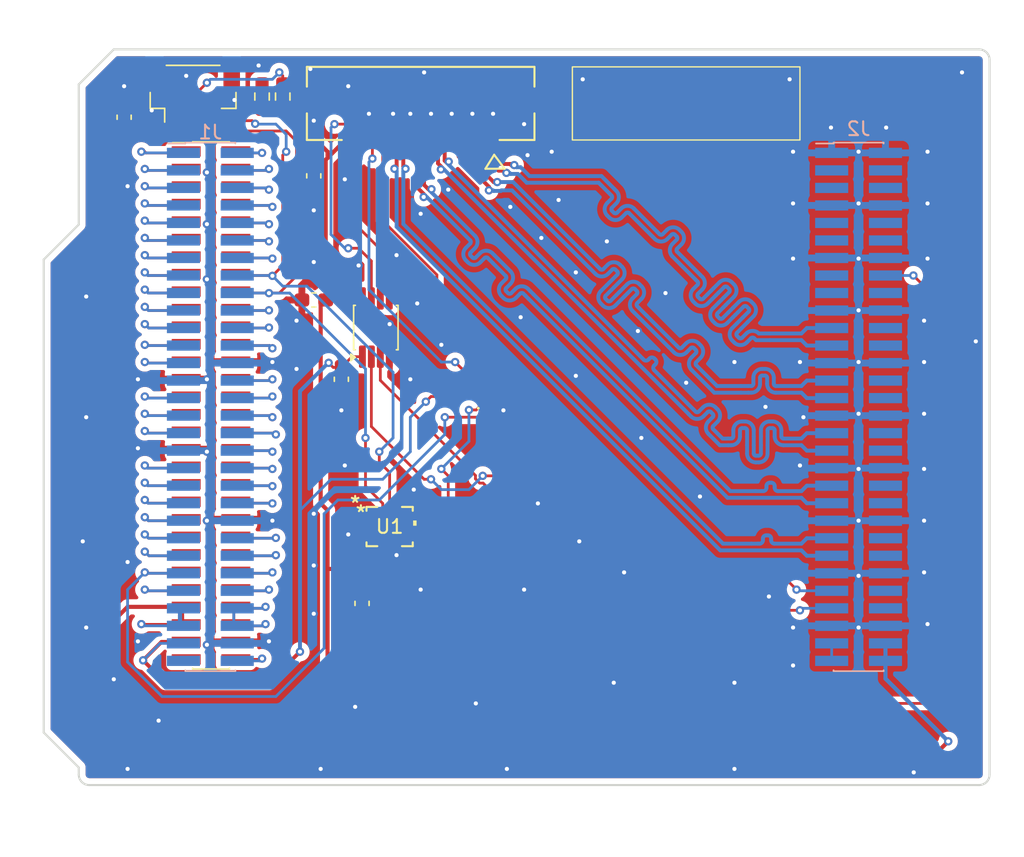
<source format=kicad_pcb>
(kicad_pcb (version 20241229) (generator "pcbnew") (generator_version "9.0")
  (layers (0 "F.Cu" signal) (4 "In1.Cu" signal) (6 "In2.Cu" signal) (2 "B.Cu" signal) (13 "F.Paste" user) (15 "B.Paste" user) (5 "F.SilkS" user "F.Silkscreen") (7 "B.SilkS" user "B.Silkscreen") (1 "F.Mask" user) (3 "B.Mask" user) (25 "Edge.Cuts" user))
  (net 0 "")
  (net 1 "/EAR_M_R")
  (net 2 "/MCU_PSSI_D6")
  (net 3 "/MCU_TRACE_D0")
  (net 4 "GND")
  (net 5 "/MCU_PSSI_PDCK")
  (net 6 "/MCU_TRACE_D3")
  (net 7 "/SOC_GPIO_2_SE0")
  (net 8 "/MCU_I2C4_SDA")
  (net 9 "/LINEOUT_M")
  (net 10 "/HPH_L")
  (net 11 "/LINEOUT_P")
  (net 12 "/EAR_P_R")
  (net 13 "/SOC_GPIO_28")
  (net 14 "/MCU_OPAMP1_VINP")
  (net 15 "/SOC_GPIO_99")
  (net 16 "/MCU_CRS_SYNC")
  (net 17 "/SOC_GPIO_86_SE0")
  (net 18 "/MIC2_BIAS")
  (net 19 "/MCU_TRACE_CLK")
  (net 20 "/SOC_GPIO_18")
  (net 21 "/SOC_GPIO_101")
  (net 22 "/SOC_GPIO_98")
  (net 23 "/HPH_R")
  (net 24 "/MCU_PSSI_D0")
  (net 25 "/MCU_PSSI_D2")
  (net 26 "/HPH_REF")
  (net 27 "/SOC_GPIO_82_SE0")
  (net 28 "/MCU_PSSI_D7")
  (net 29 "/MCU_PSSI_DE")
  (net 30 "/SOC_GPIO_0_SE0")
  (net 31 "/MIC2_INP")
  (net 32 "/MCU_OPAMP1_VOUT")
  (net 33 "VIN")
  (net 34 "/MCU_PSSI_D4")
  (net 35 "/MCU_TRACE_D2")
  (net 36 "/SOC_GPIO_1_SE0")
  (net 37 "/MCU_PE8")
  (net 38 "/MCU_SDMMC1_CMD")
  (net 39 "/SOC_GPIO_100")
  (net 40 "/MCU_PSSI_D3")
  (net 41 "/MCU_PSSI_RDY")
  (net 42 "/MCU_PSSI_D1")
  (net 43 "/MCU_PE7")
  (net 44 "/SOC_GPIO_3_SE0")
  (net 45 "/MCU_PSSI_D5")
  (net 46 "/MCU_MCO")
  (net 47 "/MCU_OPAMP1_VINM")
  (net 49 "/MIC2_INM")
  (net 50 "/HS_DET")
  (net 51 "/MCU_I2C4_SCL")
  (net 52 "/CCI_I2C_SDA1")
  (net 53 "/CCI_I2C_SCL1")
  (net 54 "/CCI_I2C_SDA0")
  (net 55 "/CCI_I2C_SCL0")
  (net 56 "/SOC_CAM_MCLK0")
  (net 57 "/SOC_CAM_MCLK1")
  (net 58 "VBUS")
  (net 59 "+3.3V")
  (net 60 "+1V8")
  (net 61 "VBAT")
  (net 62 "/SCL0_3.3V")
  (net 63 "/SDA0_3.3V")
  (net 64 "/MIPI_DSI0_L3_P")
  (net 65 "/MIPI_DSI0_L2_P")
  (net 66 "/MIPI_DSI0_L3_N")
  (net 67 "/MIPI_DSI0_L2_N")
  (net 68 "/MIPI_DSI0_CLK_P")
  (net 69 "/MIPI_DSI0_L1_P")
  (net 70 "/MIPI_DSI0_L1_N")
  (net 71 "/MIPI_DSI0_L0_N")
  (net 72 "/MIPI_DSI0_L0_P")
  (net 73 "/MIPI_DSI0_CLK_N")
  (net 74 "/CSI1_LN3_N")
  (net 75 "/CSI1_LN2_N")
  (net 76 "/CSI1_LN1_P")
  (net 77 "/CSI0_CLK_N")
  (net 78 "/CSI0_LN0_N")
  (net 79 "/CSI0_LN0_P")
  (net 80 "/CSI0_LN3_N")
  (net 81 "/CSI1_LN3_P")
  (net 82 "/CSI1_LN0_P")
  (net 83 "/CSI0_LN1_P")
  (net 84 "/CSI1_CLK_N")
  (net 85 "/CSI1_LN2_P")
  (net 86 "/CSI1_LN0_N")
  (net 87 "/CSI0_LN3_P")
  (net 88 "/CSI1_CLK_P")
  (net 89 "/CSI0_LN1_N")
  (net 90 "/CSI0_LN2_N")
  (net 91 "/CSI1_LN1_N")
  (net 92 "/CSI0_CLK_P")
  (net 93 "/CSI0_LN2_P")
  (net 102 "/SOC_CAM_MCLK0_3.3V")
  (net 104 "/SOC_GPIO_18_3.3V")
  (footprint "Resistor_SMD:R_0603_1608Metric_Pad0.98x0.95mm_HandSolder" (layer "F.Cu") (at 131.75 71 90)
    (property "Reference" "R2")
    (property "Value" "10k")
  )
  (footprint "robotics-footprints:74LVC2T45GS115" (layer "F.Cu") (at 146.475 92.4)
    (property "Reference" "U6")
    (property "Value" "~" (hide yes))
  )
  (footprint "Package_SO:VSSOP-8_3x3mm_P0.65mm" (layer "F.Cu") (at 138.5 87.75 90)
    (property "Reference" "U2")
    (property "Value" "TCA9803")
  )
  (footprint "Capacitor_SMD:C_0603_1608Metric_Pad1.08x0.95mm_HandSolder" (layer "F.Cu") (at 136 91.5 -90)
    (property "Reference" "C6")
    (property "Value" "0.1 uF")
  )
  (footprint "Resistor_SMD:R_0603_1608Metric_Pad0.98x0.95mm_HandSolder" (layer "F.Cu") (at 130.25 71 90)
    (property "Reference" "R1")
    (property "Value" "10k")
  )
  (footprint "Capacitor_SMD:C_0603_1608Metric_Pad1.08x0.95mm_HandSolder" (layer "F.Cu") (at 134 76.75 -90)
    (property "Reference" "C1")
    (property "Value" "0.1 uF")
  )
  (footprint "robotics-footprints:LGA-14L_2P5X3X0P83_STM" (layer "F.Cu") (at 139.500001 102.1771)
    (property "Reference" "U1")
    (property "Value" "LSM6DSO32")
  )
  (footprint "Connector_PinSocket_1.27mm:PinSocket_2x30_P1.27mm_Vertical_SMD" (layer "F.Cu") (at 128.05 93.395)
    (property "Reference" "J5")
    (property "Value" "Conn_02x30_Odd_Even")
  )
  (footprint "Connector_JST:JST_SH_BM04B-SRSS-TB_1x04-1MP_P1.00mm_Vertical" (layer "F.Cu") (at 125.25 70.75)
    (property "Reference" "U3")
    (property "Value" "~")
  )
  (footprint "robotics-footprints:CON_5051102291_MOL" (layer "F.Cu") (at 141.75 71.5 180)
    (property "Reference" "J3")
    (property "Value" "Connector_FFC-FPC")
  )
  (footprint "Capacitor_SMD:C_0603_1608Metric_Pad1.08x0.95mm_HandSolder" (layer "F.Cu") (at 137.5 107.75 -90)
    (property "Reference" "C4")
    (property "Value" "0.1 uF")
  )
  (footprint "Capacitor_SMD:C_0603_1608Metric_Pad1.08x0.95mm_HandSolder" (layer "F.Cu") (at 134 85.75 180)
    (property "Reference" "C5")
    (property "Value" "0.1 uF")
  )
  (footprint "Capacitor_SMD:C_0603_1608Metric_Pad1.08x0.95mm_HandSolder" (layer "F.Cu") (at 120.25 72.5 90)
    (property "Reference" "C3")
    (property "Value" "0.1 uF")
  )
  (footprint "Connector_PinHeader_1.27mm:PinHeader_2x30_P1.27mm_Vertical_SMD" (layer "B.Cu") (at 126.5 93.5 180)
    (property "Reference" "J1")
    (property "Value" "Conn_02x30_Odd_Even")
  )
  (footprint "Connector_PinHeader_1.27mm:PinHeader_2x30_P1.27mm_Vertical_SMD" (layer "B.Cu") (at 173.5 93.5 180)
    (property "Reference" "J2")
    (property "Value" "Conn_02x30_Odd_Even")
  )
  (gr_rect (start 152.750034 68.85) (end 169.25 74.15) (stroke (width 0.1)) (fill no) (layer "F.SilkS"))
  (gr_line (start 116.96 70.12) (end 116.96 80.28) (stroke (width 0.15)) (layer "Edge.Cuts"))
  (gr_line (start 114.42 117.11) (end 116.96 119.65) (stroke (width 0.15)) (layer "Edge.Cuts"))
  (gr_line (start 117.722 120.92) (end 182.238 120.92) (stroke (width 0.15)) (layer "Edge.Cuts"))
  (gr_arc (start 182.238 67.58) (mid 182.776815 67.803185) (end 183 68.342) (stroke (width 0.15)) (layer "Edge.Cuts"))
  (gr_line (start 119.5 67.58) (end 116.96 70.12) (stroke (width 0.15)) (layer "Edge.Cuts"))
  (gr_line (start 183 120.158) (end 183 68.342) (stroke (width 0.15)) (layer "Edge.Cuts"))
  (gr_line (start 116.96 80.28) (end 114.42 82.82) (stroke (width 0.15)) (layer "Edge.Cuts"))
  (gr_line (start 114.42 82.82) (end 114.42 117.11) (stroke (width 0.15)) (layer "Edge.Cuts"))
  (gr_line (start 116.96 119.65) (end 116.96 120.158) (stroke (width 0.15)) (layer "Edge.Cuts"))
  (gr_arc (start 117.722 120.92) (mid 117.183185 120.696815) (end 116.96 120.158) (stroke (width 0.15)) (layer "Edge.Cuts"))
  (gr_arc (start 183 120.158) (mid 182.776815 120.696815) (end 182.238 120.92) (stroke (width 0.15)) (layer "Edge.Cuts"))
  (gr_line (start 182.238 67.58) (end 119.5 67.58) (stroke (width 0.15)) (layer "Edge.Cuts"))
  (segment (start 128.2 92.865) (end 130.885 92.865) (width 0.2) (layer "F.Cu") (net 1))
  (segment (start 130.885 92.865) (end 131 92.75) (width 0.2) (layer "F.Cu") (net 1))
  (via (at 131 92.75) (size 0.6) (drill 0.3) (layers "F.Cu" "B.Cu") (net 1))
  (segment (start 131 92.75) (end 130.885 92.865) (width 0.2) (layer "B.Cu") (net 1))
  (segment (start 130.885 92.865) (end 128.2 92.865) (width 0.2) (layer "B.Cu") (net 1))
  (segment (start 124.3 82.705) (end 121.955 82.705) (width 0.2) (layer "F.Cu") (net 2))
  (segment (start 121.955 82.705) (end 121.75 82.5) (width 0.2) (layer "F.Cu") (net 2))
  (via (at 121.75 82.5) (size 0.6) (drill 0.3) (layers "F.Cu" "B.Cu") (net 2))
  (segment (start 121.75 82.5) (end 121.955 82.705) (width 0.2) (layer "B.Cu") (net 2))
  (segment (start 121.955 82.705) (end 124.3 82.705) (width 0.2) (layer "B.Cu") (net 2))
  (segment (start 130.625 77.625) (end 130.75 77.75) (width 0.2) (layer "F.Cu") (net 3))
  (segment (start 128.2 77.625) (end 130.625 77.625) (width 0.2) (layer "F.Cu") (net 3))
  (via (at 130.75 77.75) (size 0.6) (drill 0.3) (layers "F.Cu" "B.Cu") (net 3))
  (segment (start 130.625 77.625) (end 128.2 77.625) (width 0.2) (layer "B.Cu") (net 3))
  (segment (start 130.75 77.75) (end 130.625 77.625) (width 0.2) (layer "B.Cu") (net 3))
  (segment (start 139.500001 103.1042) (end 139.500001 103.750001) (width 0.2) (layer "F.Cu") (net 4))
  (segment (start 147.75 93.5) (end 147 92.75) (width 0.2) (layer "F.Cu") (net 4))
  (segment (start 139.75 72.25) (end 139.499999 72.500001) (width 0.2) (layer "F.Cu") (net 4))
  (segment (start 144 72.25) (end 144.000001 73.95) (width 0.2) (layer "F.Cu") (net 4))
  (segment (start 147.75 93.75) (end 147.75 93.5) (width 0.2) (layer "F.Cu") (net 4))
  (segment (start 145.5 72.25) (end 145.5 73.95) (width 0.2) (layer "F.Cu") (net 4))
  (segment (start 139.500001 103.750001) (end 140 104.25) (width 0.2) (layer "F.Cu") (net 4))
  (segment (start 139.499999 72.500001) (end 139.499999 73.95) (width 0.2) (layer "F.Cu") (net 4))
  (segment (start 142.5 72.25) (end 142.5 73.949998) (width 0.2) (layer "F.Cu") (net 4))
  (segment (start 138 72.25) (end 138 73.95) (width 0.2) (layer "F.Cu") (net 4))
  (segment (start 141 72.25) (end 140.999999 73.95) (width 0.2) (layer "F.Cu") (net 4))
  (segment (start 139.500001 103.1042) (end 140 103.1042) (width 0.2) (layer "F.Cu") (net 4))
  (segment (start 147 72.25) (end 147 73.95) (width 0.2) (layer "F.Cu") (net 4))
  (segment (start 142.5 73.949998) (end 142.499998 73.95) (width 0.2) (layer "F.Cu") (net 4))
  (via (at 121.25 110.5) (size 0.6) (drill 0.3) (layers "F.Cu" "B.Cu") (net 4))
  (via (at 169.5 94.25) (size 0.6) (drill 0.3) (layers "F.Cu" "B.Cu") (net 4))
  (via (at 133.75 69) (size 0.6) (drill 0.3) (layers "F.Cu" "B.Cu") (net 4))
  (via (at 178.25 98) (size 0.6) (drill 0.3) (layers "F.Cu" "B.Cu") (net 4))
  (via (at 178.5 82.75) (size 0.6) (drill 0.3) (layers "F.Cu" "B.Cu") (net 4))
  (via (at 148 119.75) (size 0.6) (drill 0.3) (layers "F.Cu" "B.Cu") (net 4))
  (via (at 144 72.25) (size 0.6) (drill 0.3) (layers "F.Cu" "B.Cu") (net 4))
  (via (at 141 72.25) (size 0.6) (drill 0.3) (layers "F.Cu" "B.Cu") (net 4))
  (via (at 173.5 86.5) (size 0.6) (drill 0.3) (layers "F.Cu" "B.Cu") (net 4))
  (via (at 122.25 72) (size 0.6) (drill 0.3) (layers "F.Cu" "B.Cu") (net 4))
  (via (at 168.5 69.75) (size 0.6) (drill 0.3) (layers "F.Cu" "B.Cu") (net 4))
  (via (at 134 101.25) (size 0.6) (drill 0.3) (layers "F.Cu" "B.Cu") (net 4))
  (via (at 159.5 85.25) (size 0.6) (drill 0.3) (layers "F.Cu" "B.Cu") (net 4))
  (via (at 171.5 73.25) (size 0.6) (drill 0.3) (layers "F.Cu" "B.Cu") (net 4))
  (via (at 131 101.75) (size 0.6) (drill 0.3) (layers "F.Cu" "B.Cu") (net 4))
  (via (at 149.25 106.75) (size 0.6) (drill 0.3) (layers "F.Cu" "B.Cu") (net 4))
  (via (at 164.5 119.75) (size 0.6) (drill 0.3) (layers "F.Cu" "B.Cu") (net 4))
  (via (at 147 72.25) (size 0.6) (drill 0.3) (layers "F.Cu" "B.Cu") (net 4))
  (via (at 120.5 77.5) (size 0.6) (drill 0.3) (layers "F.Cu" "B.Cu") (net 4))
  (via (at 166.75 93.5) (size 0.6) (drill 0.3) (layers "F.Cu" "B.Cu") (net 4))
  (via (at 156.5 105.5) (size 0.6) (drill 0.3) (layers "F.Cu" "B.Cu") (net 4))
  (via (at 117.5 94.25) (size 0.6) (drill 0.3) (layers "F.Cu" "B.Cu") (net 4))
  (via (at 178.25 90.25) (size 0.6) (drill 0.3) (layers "F.Cu" "B.Cu") (net 4))
  (via (at 138 72.25) (size 0.6) (drill 0.3) (layers "F.Cu" "B.Cu") (net 4))
  (via (at 124.75 69.5) (size 0.6) (drill 0.3) (layers "F.Cu" "B.Cu") (net 4))
  (via (at 142.5 72.25) (size 0.6) (drill 0.3) (layers "F.Cu" "B.Cu") (net 4))
  (via (at 132.75 90.75) (size 0.6) (drill 0.3) (layers "F.Cu" "B.Cu") (net 4))
  (via (at 173.5 105.75) (size 0.6) (drill 0.3) (layers "F.Cu" "B.Cu") (net 4))
  (via (at 134 79.25) (size 0.6) (drill 0.3) (layers "F.Cu" "B.Cu") (net 4))
  (via (at 168.75 109.5) (size 0.6) (drill 0.3) (layers "F.Cu" "B.Cu") (net 4))
  (via (at 132.75 87.25) (size 0.6) (drill 0.3) (layers "F.Cu" "B.Cu") (net 4))
  (via (at 137.25 83.25) (size 0.6) (drill 0.3) (layers "F.Cu" "B.Cu") (net 4))
  (via (at 141.75 106.75) (size 0.6) (drill 0.3) (layers "F.Cu" "B.Cu") (net 4))
  (via (at 117.5 109.5) (size 0.6) (drill 0.3) (layers "F.Cu" "B.Cu") (net 4))
  (via (at 173.5 109.5) (size 0.6) (drill 0.3) (layers "F.Cu" "B.Cu") (net 4))
  (via (at 153.5 69.75) (size 0.6) (drill 0.3) (layers "F.Cu" "B.Cu") (net 4))
  (via (at 162 100) (size 0.6) (drill 0.3) (layers "F.Cu" "B.Cu") (net 4))
  (via (at 178.5 78.75) (size 0.6) (drill 0.3) (layers "F.Cu" "B.Cu") (net 4))
  (via (at 153.25 103.25) (size 0.6) (drill 0.3) (layers "F.Cu" "B.Cu") (net 4))
  (via (at 149 87) (size 0.6) (drill 0.3) (layers "F.Cu" "B.Cu") (net 4))
  (via (at 142 69.25) (size 0.6) (drill 0.3) (layers "F.Cu" "B.Cu") (net 4))
  (via (at 155.75 113.5) (size 0.6) (drill 0.3) (layers "F.Cu" "B.Cu") (net 4))
  (via (at 136.5 102.75) (size 0.6) (drill 0.3) (layers "F.Cu" "B.Cu") (net 4))
  (via (at 145.5 72.25) (size 0.6) (drill 0.3) (layers "F.Cu" "B.Cu") (net 4))
  (via (at 157.75 95.75) (size 0.6) (drill 0.3) (layers "F.Cu" "B.Cu") (net 4))
  (via (at 149.25 73) (size 0.6) (drill 0.3) (layers "F.Cu" "B.Cu") (net 4))
  (via (at 178.5 109.25) (size 0.6) (drill 0.3) (layers "F.Cu" "B.Cu") (net 4))
  (via (at 121.25 91.5) (size 0.6) (drill 0.3) (layers "F.Cu" "B.Cu") (net 4))
  (via (at 168.75 78.75) (size 0.6) (drill 0.3) (layers "F.Cu" "B.Cu") (net 4))
  (via (at 141 91.5) (size 0.6) (drill 0.3) (layers "F.Cu" "B.Cu") (net 4))
  (via (at 168.75 112.25) (size 0.6) (drill 0.3) (layers "F.Cu" "B.Cu") (net 4))
  (via (at 126.25 110.75) (size 0.6) (drill 0.3) (layers "F.Cu" "B.Cu") (net 4))
  (via (at 173.5 101.75) (size 0.6) (drill 0.3) (layers "F.Cu" "B.Cu") (net 4))
  (via (at 134 83) (size 0.6) (drill 0.3) (layers "F.Cu" "B.Cu") (net 4))
  (via (at 117.5 85.5) (size 0.6) (drill 0.3) (layers "F.Cu" "B.Cu") (net 4))
  (via (at 148.25 79) (size 0.6) (drill 0.3) (layers "F.Cu" "B.Cu") (net 4))
  (via (at 175.5 73.25) (size 0.6) (drill 0.3) (layers "F.Cu" "B.Cu") (net 4))
  (via (at 126.25 96.75) (size 0.6) (drill 0.3) (layers "F.Cu" "B.Cu") (net 4))
  (via (at 121.25 96.5) (size 0.6) (drill 0.3) (layers "F.Cu" "B.Cu") (net 4))
  (via (at 151.25 75) (size 0.6) (drill 0.3) (layers "F.Cu" "B.Cu") (net 4))
  (via (at 149.5 75.25) (size 0.6) (drill 0.3) (layers "F.Cu" "B.Cu") (net 4))
  (via (at 136.25 77) (size 0.6) (drill 0.3) (layers "F.Cu" "B.Cu") (net 4))
  (via (at 173.5 75) (size 0.6) (drill 0.3) (layers "F.Cu" "B.Cu") (net 4))
  (via (at 164.5 90.25) (size 0.6) (drill 0.3) (layers "F.Cu" "B.Cu") (net 4))
  (via (at 143.25 89) (size 0.6) (drill 0.3) (layers "F.Cu" "B.Cu") (net 4))
  (via (at 167 107.25) (size 0.6) (drill 0.3) (layers "F.Cu" "B.Cu") (net 4))
  (via (at 140 104.25) (size 0.6) (drill 0.3) (layers "F.Cu" "B.Cu") (net 4))
  (via (at 126.25 76.5) (size 0.6) (drill 0.3) (layers "F.Cu" "B.Cu") (net 4))
  (via (at 134 105) (size 0.6) (drill 0.3) (layers "F.Cu" "B.Cu") (net 4))
  (via (at 177.5 120) (size 0.6) (drill 0.3) (layers "F.Cu" "B.Cu") (net 4))
  (via (at 136.5 70.25) (size 0.6) (drill 0.3) (layers "F.Cu" "B.Cu") (net 4))
  (via (at 139.5 87.5) (size 0.6) (drill 0.3) (layers "F.Cu" "B.Cu") (net 4))
  (via (at 141.5 86) (size 0.6) (drill 0.3) (layers "F.Cu" "B.Cu") (net 4))
  (via (at 130.75 110.5) (size 0.6) (drill 0.3) (layers "F.Cu" "B.Cu") (net 4))
  (via (at 151.75 78.5) (size 0.6) (drill 0.3) (layers "F.Cu" "B.Cu") (net 4))
  (via (at 161 91.75) (size 0.6) (drill 0.3) (layers "F.Cu" "B.Cu") (net 4))
  (via (at 126.25 101.75) (size 0.6) (drill 0.3) (layers "F.Cu" "B.Cu") (net 4))
  (via (at 128.25 71.25) (size 0.6) (drill 0.3) (layers "F.Cu" "B.Cu") (net 4))
  (via (at 178.25 105.5) (size 0.6) (drill 0.3) (layers "F.Cu" "B.Cu") (net 4))
  (via (at 119.5 113.25) (size 0.6) (drill 0.3) (layers "F.Cu" "B.Cu") (net 4))
  (via (at 178.5 75) (size 0.6) (drill 0.3) (layers "F.Cu" "B.Cu") (net 4))
  (via (at 153 91.25) (size 0.6) (drill 0.3) (layers "F.Cu" "B.Cu") (net 4))
  (via (at 153 83.75) (size 0.6) (drill 0.3) (layers "F.Cu" "B.Cu") (net 4))
  (via (at 140 82.5) (size 0.6) (drill 0.3) (layers "F.Cu" "B.Cu") (net 4))
  (via (at 150.5 81.25) (size 0.6) (drill 0.3) (layers "F.Cu" "B.Cu") (net 4))
  (via (at 181 69.25) (size 0.6) (drill 0.3) (layers "F.Cu" "B.Cu") (net 4))
  (via (at 126.25 91.5) (size 0.6) (drill 0.3) (layers "F.Cu" "B.Cu") (net 4))
  (via (at 157.5 88) (size 0.6) (drill 0.3) (layers "F.Cu" "B.Cu") (net 4))
  (via (at 136.25 97.75) (size 0.6) (drill 0.3) (layers "F.Cu" "B.Cu") (net 4))
  (via (at 155.25 81.5) (size 0.6) (drill 0.3) (layers "F.Cu" "B.Cu") (net 4))
  (via (at 178.25 87.25) (size 0.6) (drill 0.3) (layers "F.Cu" "B.Cu") (net 4))
  (via (at 168.75 75) (size 0.6) (drill 0.3) (layers "F.Cu" "B.Cu") (net 4))
  (via (at 126.25 80.25) (size 0.6) (drill 0.3) (layers "F.Cu" "B.Cu") (net 4))
  (via (at 120.5 119.75) (size 0.6) (drill 0.3) (layers "F.Cu" "B.Cu") (net 4))
  (via (at 173.5 94) (size 0.6) (drill 0.3) (layers "F.Cu" "B.Cu") (net 4))
  (via (at 173.5 82.75) (size 0.6) (drill 0.3) (layers "F.Cu" "B.Cu") (net 4))
  (via (at 173.5 90.25) (size 0.6) (drill 0.3) (layers "F.Cu" "B.Cu") (net 4))
  (via (at 139.75 72.25) (size 0.6) (drill 0.3) (layers "F.Cu" "B.Cu") (net 4))
  (via (at 117.25 103.25) (size 0.6) (drill 0.3) (layers "F.Cu" "B.Cu") (net 4))
  (via (at 122.75 116.25) (size 0.6) (drill 0.3) (layers "F.Cu" "B.Cu") (net 4))
  (via (at 178.25 101.75) (size 0.6) (drill 0.3) (layers "F.Cu" "B.Cu") (net 4))
  (via (at 145.75 115) (size 0.6) (drill 0.3) (layers "F.Cu" "B.Cu") (net 4))
  (via (at 141.25 99.5) (size 0.6) (drill 0.3) (layers "F.Cu" "B.Cu") (net 4))
  (via (at 136 93.75) (size 0.6) (drill 0.3) (layers "F.Cu" "B.Cu") (net 4))
  (via (at 168.75 82.75) (size 0.6) (drill 0.3) (layers "F.Cu" "B.Cu") (net 4))
  (via (at 134 108.5) (size 0.6) (drill 0.3) (layers "F.Cu" "B.Cu") (net 4))
  (via (at 137 115.25) (size 0.6) (drill 0.3) (layers "F.Cu" "B.Cu") (net 4))
  (via (at 120.25 70.25) (size 0.6) (drill 0.3) (layers "F.Cu" "B.Cu") (net 4))
  (via (at 141.75 79.5) (size 0.6) (drill 0.3) (layers "F.Cu" "B.Cu") (net 4))
  (via (at 147.75 93.75) (size 0.6) (drill 0.3) (layers "F.Cu" "B.Cu") (net 4))
  (via (at 134 72.75) (size 0.6) (drill 0.3) (layers "F.Cu" "B.Cu") (net 4))
  (via (at 143.75 77.75) (size 0.6) (drill 0.3) (layers "F.Cu" "B.Cu") (net 4))
  (via (at 182 88.75) (size 0.6) (drill 0.3) (layers "F.Cu" "B.Cu") (net 4))
  (via (at 178.25 94) (size 0.6) (drill 0.3) (layers "F.Cu" "B.Cu") (net 4))
  (via (at 126.25 84.25) (size 0.6) (drill 0.3) (layers "F.Cu" "B.Cu") (net 4))
  (via (at 169.25 97.75) (size 0.6) (drill 0.3) (layers "F.Cu" "B.Cu") (net 4))
  (via (at 173.5 78.75) (size 0.6) (drill 0.3) (layers "F.Cu" "B.Cu") (net 4))
  (via (at 134.5 119.75) (size 0.6) (drill 0.3) (layers "F.Cu" "B.Cu") (net 4))
  (via (at 169.25 90.25) (size 0.6) (drill 0.3) (layers "F.Cu" "B.Cu") (net 4))
  (via (at 150.25 100.5) (size 0.6) (drill 0.3) (layers "F.Cu" "B.Cu") (net 4))
  (via (at 173.5 98) (size 0.6) (drill 0.3) (layers "F.Cu" "B.Cu") (net 4))
  (via (at 131 90.25) (size 0.6) (drill 0.3) (layers "F.Cu" "B.Cu") (net 4))
  (via (at 120.5 104.75) (size 0.6) (drill 0.3) (layers "F.Cu" "B.Cu") (net 4))
  (via (at 164.5 113.5) (size 0.6) (drill 0.3) (layers "F.Cu" "B.Cu") (net 4))
  (via (at 130 68.75) (size 0.6) (drill 0.3) (layers "F.Cu" "B.Cu") (net 4))
  (segment (start 130.75 110.5) (end 130.69 110.56) (width 0.2) (layer "B.Cu") (net 4))
  (segment (start 121.995 85.245) (end 121.75 85) (width 0.2) (layer "F.Cu") (net 5))
  (segment (start 124.3 85.245) (end 121.995 85.245) (width 0.2) (layer "F.Cu") (net 5))
  (via (at 121.75 85) (size 0.6) (drill 0.3) (layers "F.Cu" "B.Cu") (net 5))
  (segment (start 121.75 85) (end 121.995 85.245) (width 0.2) (layer "B.Cu") (net 5))
  (segment (start 121.995 85.245) (end 124.3 85.245) (width 0.2) (layer "B.Cu") (net 5))
  (segment (start 130.665 80.165) (end 130.75 80.25) (width 0.2) (layer "F.Cu") (net 6))
  (segment (start 128.2 80.165) (end 130.665 80.165) (width 0.2) (layer "F.Cu") (net 6))
  (via (at 130.75 80.25) (size 0.6) (drill 0.3) (layers "F.Cu" "B.Cu") (net 6))
  (segment (start 130.75 80.25) (end 130.665 80.165) (width 0.2) (layer "B.Cu") (net 6))
  (segment (start 130.665 80.165) (end 128.2 80.165) (width 0.2) (layer "B.Cu") (net 6))
  (segment (start 121.985 100.485) (end 121.75 100.25) (width 0.2) (layer "F.Cu") (net 7))
  (segment (start 124.3 100.485) (end 121.985 100.485) (width 0.2) (layer "F.Cu") (net 7))
  (via (at 121.75 100.25) (size 0.6) (drill 0.3) (layers "F.Cu" "B.Cu") (net 7))
  (segment (start 121.75 100.25) (end 121.985 100.485) (width 0.2) (layer "B.Cu") (net 7))
  (segment (start 121.985 100.485) (end 124.3 100.485) (width 0.2) (layer "B.Cu") (net 7))
  (segment (start 125.75 70.5) (end 125.75 72.075) (width 0.2) (layer "F.Cu") (net 8))
  (segment (start 137.75 95.75) (end 137.75 99.25) (width 0.2) (layer "F.Cu") (net 8))
  (segment (start 125.75 72.524999) (end 125.75 72.075) (width 0.2) (layer "F.Cu") (net 8))
  (segment (start 131.75 69.5) (end 131.75 70.0875) (width 0.2) (layer "F.Cu") (net 8))
  (segment (start 130.75 85.25) (end 131.5 85.25) (width 0.2) (layer "F.Cu") (net 8))
  (segment (start 128.2 85.245) (end 130.745 85.245) (width 0.2) (layer "F.Cu") (net 8))
  (segment (start 132 73.5) (end 126.725001 73.5) (width 0.2) (layer "F.Cu") (net 8))
  (segment (start 130.745 85.245) (end 130.75 85.25) (width 0.2) (layer "F.Cu") (net 8))
  (segment (start 137.75 99.25) (end 139.000002 100.500002) (width 0.2) (layer "F.Cu") (net 8))
  (segment (start 139.000002 100.500002) (end 139.000002 101.25) (width 0.2) (layer "F.Cu") (net 8))
  (segment (start 132.75 84) (end 132.75 74.25) (width 0.2) (layer "F.Cu") (net 8))
  (segment (start 126.25 70) (end 125.75 70.5) (width 0.2) (layer "F.Cu") (net 8))
  (segment (start 132.75 74.25) (end 132 73.5) (width 0.2) (layer "F.Cu") (net 8))
  (segment (start 126.725001 73.5) (end 125.75 72.524999) (width 0.2) (layer "F.Cu") (net 8))
  (segment (start 131.5 85.25) (end 132.75 84) (width 0.2) (layer "F.Cu") (net 8))
  (segment (start 131.5 69.25) (end 131.75 69.5) (width 0.2) (layer "F.Cu") (net 8))
  (via (at 131.5 69.25) (size 0.6) (drill 0.3) (layers "F.Cu" "B.Cu") (net 8))
  (via (at 137.75 95.75) (size 0.6) (drill 0.3) (layers "F.Cu" "B.Cu") (net 8))
  (via (at 126.25 70) (size 0.6) (drill 0.3) (layers "F.Cu" "B.Cu") (net 8))
  (via (at 130.75 85.25) (size 0.6) (drill 0.3) (layers "F.Cu" "B.Cu") (net 8))
  (segment (start 126.5 69.75) (end 126.25 70) (width 0.2) (layer "B.Cu") (net 8))
  (segment (start 137.75 95.75) (end 137.75 90.75) (width 0.2) (layer "B.Cu") (net 8))
  (segment (start 130.745 85.245) (end 128.2 85.245) (width 0.2) (layer "B.Cu") (net 8))
  (segment (start 131.5 69.25) (end 131 69.75) (width 0.2) (layer "B.Cu") (net 8))
  (segment (start 131 69.75) (end 126.5 69.75) (width 0.2) (layer "B.Cu") (net 8))
  (segment (start 137.75 90.75) (end 132.25 85.25) (width 0.2) (layer "B.Cu") (net 8))
  (segment (start 132.25 85.25) (end 130.75 85.25) (width 0.2) (layer "B.Cu") (net 8))
  (segment (start 130.75 85.25) (end 130.745 85.245) (width 0.2) (layer "B.Cu") (net 8))
  (segment (start 128.2 95.405) (end 131.155 95.405) (width 0.2) (layer "F.Cu") (net 9))
  (segment (start 131.155 95.405) (end 131.25 95.5) (width 0.2) (layer "F.Cu") (net 9))
  (via (at 131.25 95.5) (size 0.6) (drill 0.3) (layers "F.Cu" "B.Cu") (net 9))
  (segment (start 131.25 95.5) (end 131.155 95.405) (width 0.2) (layer "B.Cu") (net 9))
  (segment (start 131.155 95.405) (end 128.2 95.405) (width 0.2) (layer "B.Cu") (net 9))
  (segment (start 130.925 96.675) (end 131 96.75) (width 0.2) (layer "F.Cu") (net 10))
  (segment (start 128.2 96.675) (end 130.925 96.675) (width 0.2) (layer "F.Cu") (net 10))
  (via (at 131 96.75) (size 0.6) (drill 0.3) (layers "F.Cu" "B.Cu") (net 10))
  (segment (start 130.925 96.675) (end 128.2 96.675) (width 0.2) (layer "B.Cu") (net 10))
  (segment (start 131 96.75) (end 130.925 96.675) (width 0.2) (layer "B.Cu") (net 10))
  (segment (start 130.885 94.135) (end 131 94.25) (width 0.2) (layer "F.Cu") (net 11))
  (segment (start 128.2 94.135) (end 130.885 94.135) (width 0.2) (layer "F.Cu") (net 11))
  (via (at 131 94.25) (size 0.6) (drill 0.3) (layers "F.Cu" "B.Cu") (net 11))
  (segment (start 130.885 94.135) (end 128.2 94.135) (width 0.2) (layer "B.Cu") (net 11))
  (segment (start 131 94.25) (end 130.885 94.135) (width 0.2) (layer "B.Cu") (net 11))
  (segment (start 128.2 91.595) (end 130.905 91.595) (width 0.2) (layer "F.Cu") (net 12))
  (segment (start 130.905 91.595) (end 131 91.5) (width 0.2) (layer "F.Cu") (net 12))
  (via (at 131 91.5) (size 0.6) (drill 0.3) (layers "F.Cu" "B.Cu") (net 12))
  (segment (start 131 91.5) (end 130.905 91.595) (width 0.2) (layer "B.Cu") (net 12))
  (segment (start 130.905 91.595) (end 128.2 91.595) (width 0.2) (layer "B.Cu") (net 12))
  (segment (start 124.3 106.835) (end 121.835 106.835) (width 0.2) (layer "F.Cu") (net 13))
  (segment (start 121.835 106.835) (end 121.75 106.75) (width 0.2) (layer "F.Cu") (net 13))
  (via (at 121.75 106.75) (size 0.6) (drill 0.3) (layers "F.Cu" "B.Cu") (net 13))
  (segment (start 121.835 106.835) (end 124.3 106.835) (width 0.2) (layer "B.Cu") (net 13))
  (segment (start 124.135 106.75) (end 124.3 106.585) (width 0.2) (layer "B.Cu") (net 13))
  (segment (start 121.75 106.75) (end 121.835 106.835) (width 0.2) (layer "B.Cu") (net 13))
  (segment (start 128.2 87.785) (end 130.715 87.785) (width 0.2) (layer "F.Cu") (net 14))
  (segment (start 130.715 87.785) (end 130.75 87.75) (width 0.2) (layer "F.Cu") (net 14))
  (via (at 130.75 87.75) (size 0.6) (drill 0.3) (layers "F.Cu" "B.Cu") (net 14))
  (segment (start 130.715 87.785) (end 128.2 87.785) (width 0.2) (layer "B.Cu") (net 14))
  (segment (start 130.75 87.75) (end 130.715 87.785) (width 0.2) (layer "B.Cu") (net 14))
  (segment (start 128.2 104.295) (end 131.205 104.295) (width 0.2) (layer "F.Cu") (net 15))
  (segment (start 131.205 104.295) (end 131.25 104.25) (width 0.2) (layer "F.Cu") (net 15))
  (via (at 131.25 104.25) (size 0.6) (drill 0.3) (layers "F.Cu" "B.Cu") (net 15))
  (segment (start 131.205 104.295) (end 128.2 104.295) (width 0.2) (layer "B.Cu") (net 15))
  (segment (start 131.25 104.25) (end 131.205 104.295) (width 0.2) (layer "B.Cu") (net 15))
  (segment (start 121.825 90.325) (end 121.75 90.25) (width 0.2) (layer "F.Cu") (net 16))
  (segment (start 124.3 90.325) (end 121.825 90.325) (width 0.2) (layer "F.Cu") (net 16))
  (via (at 121.75 90.25) (size 0.6) (drill 0.3) (layers "F.Cu" "B.Cu") (net 16))
  (segment (start 121.825 90.325) (end 124.3 90.325) (width 0.2) (layer "B.Cu") (net 16))
  (segment (start 121.75 90.25) (end 121.825 90.325) (width 0.2) (layer "B.Cu") (net 16))
  (segment (start 122.025 103.025) (end 121.75 102.75) (width 0.2) (layer "F.Cu") (net 17))
  (segment (start 124.3 103.025) (end 122.025 103.025) (width 0.2) (layer "F.Cu") (net 17))
  (via (at 121.75 102.75) (size 0.6) (drill 0.3) (layers "F.Cu" "B.Cu") (net 17))
  (segment (start 121.75 102.75) (end 122.025 103.025) (width 0.2) (layer "B.Cu") (net 17))
  (segment (start 122.025 103.025) (end 124.3 103.025) (width 0.2) (layer "B.Cu") (net 17))
  (segment (start 124.3 95.405) (end 121.905 95.405) (width 0.2) (layer "F.Cu") (net 18))
  (segment (start 121.905 95.405) (end 121.75 95.25) (width 0.2) (layer "F.Cu") (net 18))
  (via (at 121.75 95.25) (size 0.6) (drill 0.3) (layers "F.Cu" "B.Cu") (net 18))
  (segment (start 121.905 95.405) (end 124.3 95.405) (width 0.2) (layer "B.Cu") (net 18))
  (segment (start 121.75 95.25) (end 121.905 95.405) (width 0.2) (layer "B.Cu") (net 18))
  (segment (start 128.2 76.355) (end 130.645 76.355) (width 0.2) (layer "F.Cu") (net 19))
  (segment (start 130.645 76.355) (end 130.75 76.25) (width 0.2) (layer "F.Cu") (net 19))
  (via (at 130.75 76.25) (size 0.6) (drill 0.3) (layers "F.Cu" "B.Cu") (net 19))
  (segment (start 130.645 76.355) (end 128.2 76.355) (width 0.2) (layer "B.Cu") (net 19))
  (segment (start 130.75 76.25) (end 130.645 76.355) (width 0.2) (layer "B.Cu") (net 19))
  (segment (start 121.815 105.565) (end 121.75 105.5) (width 0.2) (layer "F.Cu") (net 20))
  (segment (start 146 94.25) (end 146.65 93.6) (width 0.2) (layer "F.Cu") (net 20))
  (segment (start 124.3 105.565) (end 121.815 105.565) (width 0.2) (layer "F.Cu") (net 20))
  (segment (start 146.65 93.6) (end 146.65 92.75) (width 0.2) (layer "F.Cu") (net 20))
  (segment (start 143.5 94.25) (end 146 94.25) (width 0.2) (layer "F.Cu") (net 20))
  (via (at 121.75 105.5) (size 0.6) (drill 0.3) (layers "F.Cu" "B.Cu") (net 20))
  (via (at 143.5 94.25) (size 0.6) (drill 0.3) (layers "F.Cu" "B.Cu") (net 20))
  (segment (start 134.75 111) (end 134.75 101.25) (width 0.2) (layer "B.Cu") (net 20))
  (segment (start 120.5 106.75) (end 120.5 112) (width 0.2) (layer "B.Cu") (net 20))
  (segment (start 121.75 105.5) (end 120.5 106.75) (width 0.2) (layer "B.Cu") (net 20))
  (segment (start 123 114.5) (end 131.25 114.5) (width 0.2) (layer "B.Cu") (net 20))
  (segment (start 135.75 100.25) (end 138.75 100.25) (width 0.2) (layer "B.Cu") (net 20))
  (segment (start 131.25 114.5) (end 134.75 111) (width 0.2) (layer "B.Cu") (net 20))
  (segment (start 125.13 105.48) (end 124.3 105.48) (width 0.2) (layer "B.Cu") (net 20))
  (segment (start 121.815 105.565) (end 124.3 105.565) (width 0.2) (layer "B.Cu") (net 20))
  (segment (start 134.75 101.25) (end 135.75 100.25) (width 0.2) (layer "B.Cu") (net 20))
  (segment (start 121.75 105.5) (end 121.815 105.565) (width 0.2) (layer "B.Cu") (net 20))
  (segment (start 138.75 100.25) (end 143.5 95.5) (width 0.2) (layer "B.Cu") (net 20))
  (segment (start 143.5 95.5) (end 143.5 94.25) (width 0.2) (layer "B.Cu") (net 20))
  (segment (start 120.5 112) (end 123 114.5) (width 0.2) (layer "B.Cu") (net 20))
  (segment (start 130.665 106.835) (end 130.75 106.75) (width 0.2) (layer "F.Cu") (net 21))
  (segment (start 128.2 106.835) (end 130.665 106.835) (width 0.2) (layer "F.Cu") (net 21))
  (via (at 130.75 106.75) (size 0.6) (drill 0.3) (layers "F.Cu" "B.Cu") (net 21))
  (segment (start 130.75 106.75) (end 130.665 106.835) (width 0.2) (layer "B.Cu") (net 21))
  (segment (start 130.665 106.835) (end 128.2 106.835) (width 0.2) (layer "B.Cu") (net 21))
  (segment (start 128.2 103.025) (end 131.225 103.025) (width 0.2) (layer "F.Cu") (net 22))
  (segment (start 131.225 103.025) (end 131.25 103) (width 0.2) (layer "F.Cu") (net 22))
  (via (at 131.25 103) (size 0.6) (drill 0.3) (layers "F.Cu" "B.Cu") (net 22))
  (segment (start 131.25 103) (end 131.225 103.025) (width 0.2) (layer "B.Cu") (net 22))
  (segment (start 131.225 103.025) (end 128.2 103.025) (width 0.2) (layer "B.Cu") (net 22))
  (segment (start 128.2 97.945) (end 130.945 97.945) (width 0.2) (layer "F.Cu") (net 23))
  (segment (start 130.945 97.945) (end 131 98) (width 0.2) (layer "F.Cu") (net 23))
  (via (at 131 98) (size 0.6) (drill 0.3) (layers "F.Cu" "B.Cu") (net 23))
  (segment (start 130.945 97.945) (end 128.2 97.945) (width 0.2) (layer "B.Cu") (net 23))
  (segment (start 131 98) (end 130.945 97.945) (width 0.2) (layer "B.Cu") (net 23))
  (segment (start 121.75 75) (end 121.835 75.085) (width 0.2) (layer "F.Cu") (net 24))
  (segment (start 121.5 75) (end 121.75 75) (width 0.2) (layer "F.Cu") (net 24))
  (segment (start 121.835 75.085) (end 124.3 75.085) (width 0.2) (layer "F.Cu") (net 24))
  (via (at 121.5 75) (size 0.6) (drill 0.3) (layers "F.Cu" "B.Cu") (net 24))
  (segment (start 121.585 75.085) (end 121.5 75) (width 0.2) (layer "B.Cu") (net 24))
  (segment (start 124.3 74.835) (end 124.135 75) (width 0.2) (layer "B.Cu") (net 24))
  (segment (start 124.3 75.085) (end 121.585 75.085) (width 0.2) (layer "B.Cu") (net 24))
  (segment (start 121.875 77.625) (end 121.75 77.5) (width 0.2) (layer "F.Cu") (net 25))
  (segment (start 124.3 77.625) (end 121.875 77.625) (width 0.2) (layer "F.Cu") (net 25))
  (via (at 121.75 77.5) (size 0.6) (drill 0.3) (layers "F.Cu" "B.Cu") (net 25))
  (segment (start 123.46 77.54) (end 124.3 77.54) (width 0.2) (layer "B.Cu") (net 25))
  (segment (start 121.875 77.625) (end 124.3 77.625) (width 0.2) (layer "B.Cu") (net 25))
  (segment (start 121.75 77.5) (end 121.875 77.625) (width 0.2) (layer "B.Cu") (net 25))
  (segment (start 128.2 99.215) (end 130.965 99.215) (width 0.2) (layer "F.Cu") (net 26))
  (segment (start 130.965 99.215) (end 131 99.25) (width 0.2) (layer "F.Cu") (net 26))
  (via (at 131 99.25) (size 0.6) (drill 0.3) (layers "F.Cu" "B.Cu") (net 26))
  (segment (start 130.965 99.215) (end 128.2 99.215) (width 0.2) (layer "B.Cu") (net 26))
  (segment (start 131 99.25) (end 130.965 99.215) (width 0.2) (layer "B.Cu") (net 26))
  (segment (start 124.3 104.295) (end 122.045 104.295) (width 0.2) (layer "F.Cu") (net 27))
  (segment (start 122.045 104.295) (end 121.75 104) (width 0.2) (layer "F.Cu") (net 27))
  (via (at 121.75 104) (size 0.6) (drill 0.3) (layers "F.Cu" "B.Cu") (net 27))
  (segment (start 121.75 104) (end 122.045 104.295) (width 0.2) (layer "B.Cu") (net 27))
  (segment (start 122.045 104.295) (end 124.3 104.295) (width 0.2) (layer "B.Cu") (net 27))
  (segment (start 121.975 83.975) (end 121.75 83.75) (width 0.2) (layer "F.Cu") (net 28))
  (segment (start 124.3 83.975) (end 121.975 83.975) (width 0.2) (layer "F.Cu") (net 28))
  (via (at 121.75 83.75) (size 0.6) (drill 0.3) (layers "F.Cu" "B.Cu") (net 28))
  (segment (start 121.975 83.975) (end 124.3 83.975) (width 0.2) (layer "B.Cu") (net 28))
  (segment (start 121.75 83.75) (end 121.975 83.975) (width 0.2) (layer "B.Cu") (net 28))
  (segment (start 122.035 87.785) (end 121.75 87.5) (width 0.2) (layer "F.Cu") (net 29))
  (segment (start 124.3 87.785) (end 122.035 87.785) (width 0.2) (layer "F.Cu") (net 29))
  (via (at 121.75 87.5) (size 0.6) (drill 0.3) (layers "F.Cu" "B.Cu") (net 29))
  (segment (start 121.75 87.5) (end 122.035 87.785) (width 0.2) (layer "B.Cu") (net 29))
  (segment (start 122.035 87.785) (end 124.3 87.785) (width 0.2) (layer "B.Cu") (net 29))
  (segment (start 124.3 97.945) (end 121.945 97.945) (width 0.2) (layer "F.Cu") (net 30))
  (segment (start 121.945 97.945) (end 121.75 97.75) (width 0.2) (layer "F.Cu") (net 30))
  (via (at 121.75 97.75) (size 0.6) (drill 0.3) (layers "F.Cu" "B.Cu") (net 30))
  (segment (start 121.75 97.75) (end 121.945 97.945) (width 0.2) (layer "B.Cu") (net 30))
  (segment (start 121.945 97.945) (end 124.3 97.945) (width 0.2) (layer "B.Cu") (net 30))
  (segment (start 124.3 92.865) (end 121.865 92.865) (width 0.2) (layer "F.Cu") (net 31))
  (segment (start 121.865 92.865) (end 121.75 92.75) (width 0.2) (layer "F.Cu") (net 31))
  (via (at 121.75 92.75) (size 0.6) (drill 0.3) (layers "F.Cu" "B.Cu") (net 31))
  (segment (start 121.75 92.75) (end 121.865 92.865) (width 0.2) (layer "B.Cu") (net 31))
  (segment (start 121.865 92.865) (end 124.3 92.865) (width 0.2) (layer "B.Cu") (net 31))
  (segment (start 130.735 86.515) (end 130.75 86.5) (width 0.2) (layer "F.Cu") (net 32))
  (segment (start 128.2 86.515) (end 130.735 86.515) (width 0.2) (layer "F.Cu") (net 32))
  (via (at 130.75 86.5) (size 0.6) (drill 0.3) (layers "F.Cu" "B.Cu") (net 32))
  (segment (start 130.75 86.5) (end 130.735 86.515) (width 0.2) (layer "B.Cu") (net 32))
  (segment (start 130.735 86.515) (end 128.2 86.515) (width 0.2) (layer "B.Cu") (net 32))
  (segment (start 171.55 110.645) (end 171.55 111.915) (width 0.2) (layer "B.Cu") (net 33))
  (segment (start 121.915 80.165) (end 121.75 80) (width 0.2) (layer "F.Cu") (net 34))
  (segment (start 124.3 80.165) (end 121.915 80.165) (width 0.2) (layer "F.Cu") (net 34))
  (via (at 121.75 80) (size 0.6) (drill 0.3) (layers "F.Cu" "B.Cu") (net 34))
  (segment (start 121.75 80) (end 121.915 80.165) (width 0.2) (layer "B.Cu") (net 34))
  (segment (start 121.915 80.165) (end 124.3 80.165) (width 0.2) (layer "B.Cu") (net 34))
  (segment (start 130.895 78.895) (end 131 79) (width 0.2) (layer "F.Cu") (net 35))
  (segment (start 128.2 78.895) (end 130.895 78.895) (width 0.2) (layer "F.Cu") (net 35))
  (via (at 131 79) (size 0.6) (drill 0.3) (layers "F.Cu" "B.Cu") (net 35))
  (segment (start 131 79) (end 130.895 78.895) (width 0.2) (layer "B.Cu") (net 35))
  (segment (start 130.895 78.895) (end 128.2 78.895) (width 0.2) (layer "B.Cu") (net 35))
  (segment (start 124.3 99.215) (end 121.965 99.215) (width 0.2) (layer "F.Cu") (net 36))
  (segment (start 121.965 99.215) (end 121.75 99) (width 0.2) (layer "F.Cu") (net 36))
  (via (at 121.75 99) (size 0.6) (drill 0.3) (layers "F.Cu" "B.Cu") (net 36))
  (segment (start 121.75 99) (end 121.965 99.215) (width 0.2) (layer "B.Cu") (net 36))
  (segment (start 121.965 99.215) (end 124.3 99.215) (width 0.2) (layer "B.Cu") (net 36))
  (segment (start 128.2 82.705) (end 130.955 82.705) (width 0.2) (layer "F.Cu") (net 37))
  (segment (start 130.955 82.705) (end 131 82.75) (width 0.2) (layer "F.Cu") (net 37))
  (via (at 131 82.75) (size 0.6) (drill 0.3) (layers "F.Cu" "B.Cu") (net 37))
  (segment (start 130.955 82.705) (end 128.2 82.705) (width 0.2) (layer "B.Cu") (net 37))
  (segment (start 131 82.75) (end 130.955 82.705) (width 0.2) (layer "B.Cu") (net 37))
  (segment (start 130.25 75.085) (end 128.2 75.085) (width 0.2) (layer "F.Cu") (net 38))
  (via (at 130.25 75.085) (size 0.6) (drill 0.3) (layers "F.Cu" "B.Cu") (net 38))
  (segment (start 130.25 75.085) (end 128.2 75.085) (width 0.2) (layer "B.Cu") (net 38))
  (segment (start 130.935 105.565) (end 131 105.5) (width 0.2) (layer "F.Cu") (net 39))
  (segment (start 128.2 105.565) (end 130.935 105.565) (width 0.2) (layer "F.Cu") (net 39))
  (via (at 131 105.5) (size 0.6) (drill 0.3) (layers "F.Cu" "B.Cu") (net 39))
  (segment (start 130.935 105.565) (end 128.2 105.565) (width 0.2) (layer "B.Cu") (net 39))
  (segment (start 131 105.5) (end 130.935 105.565) (width 0.2) (layer "B.Cu") (net 39))
  (segment (start 121.895 78.895) (end 121.75 78.75) (width 0.2) (layer "F.Cu") (net 40))
  (segment (start 124.3 78.895) (end 121.895 78.895) (width 0.2) (layer "F.Cu") (net 40))
  (via (at 121.75 78.75) (size 0.6) (drill 0.3) (layers "F.Cu" "B.Cu") (net 40))
  (segment (start 121.895 78.895) (end 124.3 78.895) (width 0.2) (layer "B.Cu") (net 40))
  (segment (start 121.75 78.75) (end 121.895 78.895) (width 0.2) (layer "B.Cu") (net 40))
  (segment (start 124.3 86.515) (end 122.015 86.515) (width 0.2) (layer "F.Cu") (net 41))
  (segment (start 122.015 86.515) (end 121.75 86.25) (width 0.2) (layer "F.Cu") (net 41))
  (via (at 121.75 86.25) (size 0.6) (drill 0.3) (layers "F.Cu" "B.Cu") (net 41))
  (segment (start 121.75 86.25) (end 122.015 86.515) (width 0.2) (layer "B.Cu") (net 41))
  (segment (start 122.015 86.515) (end 124.3 86.515) (width 0.2) (layer "B.Cu") (net 41))
  (segment (start 121.855 76.355) (end 121.75 76.25) (width 0.2) (layer "F.Cu") (net 42))
  (segment (start 124.3 76.355) (end 121.855 76.355) (width 0.2) (layer "F.Cu") (net 42))
  (via (at 121.75 76.25) (size 0.6) (drill 0.3) (layers "F.Cu" "B.Cu") (net 42))
  (segment (start 121.75 76.25) (end 121.855 76.355) (width 0.2) (layer "B.Cu") (net 42))
  (segment (start 121.855 76.355) (end 124.3 76.355) (width 0.2) (layer "B.Cu") (net 42))
  (segment (start 123.544 76.27) (end 124.3 76.27) (width 0.2) (layer "B.Cu") (net 42))
  (segment (start 128.2 81.435) (end 130.685 81.435) (width 0.2) (layer "F.Cu") (net 43))
  (segment (start 130.685 81.435) (end 130.75 81.5) (width 0.2) (layer "F.Cu") (net 43))
  (via (at 130.75 81.5) (size 0.6) (drill 0.3) (layers "F.Cu" "B.Cu") (net 43))
  (segment (start 130.685 81.435) (end 128.2 81.435) (width 0.2) (layer "B.Cu") (net 43))
  (segment (start 130.75 81.5) (end 130.685 81.435) (width 0.2) (layer "B.Cu") (net 43))
  (segment (start 124.3 101.755) (end 122.005 101.755) (width 0.2) (layer "F.Cu") (net 44))
  (segment (start 122.005 101.755) (end 121.75 101.5) (width 0.2) (layer "F.Cu") (net 44))
  (via (at 121.75 101.5) (size 0.6) (drill 0.3) (layers "F.Cu" "B.Cu") (net 44))
  (segment (start 122.005 101.755) (end 124.3 101.755) (width 0.2) (layer "B.Cu") (net 44))
  (segment (start 121.75 101.5) (end 122.005 101.755) (width 0.2) (layer "B.Cu") (net 44))
  (segment (start 121.935 81.435) (end 121.75 81.25) (width 0.2) (layer "F.Cu") (net 45))
  (segment (start 124.3 81.435) (end 121.935 81.435) (width 0.2) (layer "F.Cu") (net 45))
  (via (at 121.75 81.25) (size 0.6) (drill 0.3) (layers "F.Cu" "B.Cu") (net 45))
  (segment (start 121.935 81.435) (end 124.3 81.435) (width 0.2) (layer "B.Cu") (net 45))
  (segment (start 121.75 81.25) (end 121.935 81.435) (width 0.2) (layer "B.Cu") (net 45))
  (segment (start 121.805 89.055) (end 121.75 89) (width 0.2) (layer "F.Cu") (net 46))
  (segment (start 124.3 89.055) (end 121.805 89.055) (width 0.2) (layer "F.Cu") (net 46))
  (via (at 121.75 89) (size 0.6) (drill 0.3) (layers "F.Cu" "B.Cu") (net 46))
  (segment (start 121.75 89) (end 121.805 89.055) (width 0.2) (layer "B.Cu") (net 46))
  (segment (start 121.805 89.055) (end 124.3 89.055) (width 0.2) (layer "B.Cu") (net 46))
  (segment (start 130.805 89.055) (end 131 89.25) (width 0.2) (layer "F.Cu") (net 47))
  (segment (start 128.2 89.055) (end 130.805 89.055) (width 0.2) (layer "F.Cu") (net 47))
  (via (at 131 89.25) (size 0.6) (drill 0.3) (layers "F.Cu" "B.Cu") (net 47))
  (segment (start 131 89.25) (end 130.805 89.055) (width 0.2) (layer "B.Cu") (net 47))
  (segment (start 130.805 89.055) (end 128.2 89.055) (width 0.2) (layer "B.Cu") (net 47))
  (segment (start 124.3 94.135) (end 121.885 94.135) (width 0.2) (layer "F.Cu") (net 49))
  (segment (start 121.885 94.135) (end 121.75 94) (width 0.2) (layer "F.Cu") (net 49))
  (via (at 121.75 94) (size 0.6) (drill 0.3) (layers "F.Cu" "B.Cu") (net 49))
  (segment (start 121.75 94) (end 121.885 94.135) (width 0.2) (layer "B.Cu") (net 49))
  (segment (start 121.885 94.135) (end 124.3 94.135) (width 0.2) (layer "B.Cu") (net 49))
  (segment (start 128.2 100.485) (end 130.985 100.485) (width 0.2) (layer "F.Cu") (net 50))
  (segment (start 130.985 100.485) (end 131 100.5) (width 0.2) (layer "F.Cu") (net 50))
  (via (at 131 100.5) (size 0.6) (drill 0.3) (layers "F.Cu" "B.Cu") (net 50))
  (segment (start 130.985 100.485) (end 128.2 100.485) (width 0.2) (layer "B.Cu") (net 50))
  (segment (start 131 100.5) (end 130.985 100.485) (width 0.2) (layer "B.Cu") (net 50))
  (segment (start 128.2 83.975) (end 130.975 83.975) (width 0.2) (layer "F.Cu") (net 51))
  (segment (start 130.25 70.54375) (end 128.71875 72.075) (width 0.2) (layer "F.Cu") (net 51))
  (segment (start 130.975 83.975) (end 131 84) (width 0.2) (layer "F.Cu") (net 51))
  (segment (start 127.425 72.75) (end 126.75 72.075) (width 0.2) (layer "F.Cu") (net 51))
  (segment (start 131.75 75.25) (end 132 75) (width 0.2) (layer "F.Cu") (net 51))
  (segment (start 131.75 83.25) (end 131.75 75.25) (width 0.2) (layer "F.Cu") (net 51))
  (segment (start 138.75 97.5) (end 139.500001 98.250001) (width 0.2) (layer "F.Cu") (net 51))
  (segment (start 139.500001 98.250001) (end 139.500001 101.25) (width 0.2) (layer "F.Cu") (net 51))
  (segment (start 130.25 70.0875) (end 130.25 70.54375) (width 0.2) (layer "F.Cu") (net 51))
  (segment (start 131 84) (end 131.75 83.25) (width 0.2) (layer "F.Cu") (net 51))
  (segment (start 138.75 96.75) (end 138.75 97.5) (width 0.2) (layer "F.Cu") (net 51))
  (segment (start 128.71875 72.075) (end 126.75 72.075) (width 0.2) (layer "F.Cu") (net 51))
  (segment (start 129.527 72.75) (end 127.425 72.75) (width 0.2) (layer "F.Cu") (net 51))
  (segment (start 129.75 72.973) (end 129.527 72.75) (width 0.2) (layer "F.Cu") (net 51))
  (via (at 138.75 96.75) (size 0.6) (drill 0.3) (layers "F.Cu" "B.Cu") (net 51))
  (via (at 129.75 72.973) (size 0.6) (drill 0.3) (layers "F.Cu" "B.Cu") (net 51))
  (via (at 131 84) (size 0.6) (drill 0.3) (layers "F.Cu" "B.Cu") (net 51))
  (via (at 132 75) (size 0.6) (drill 0.3) (layers "F.Cu" "B.Cu") (net 51))
  (segment (start 139.75 91) (end 139.75 95.75) (width 0.2) (layer "B.Cu") (net 51))
  (segment (start 133.5 84.75) (end 139.75 91) (width 0.2) (layer "B.Cu") (net 51))
  (segment (start 132 73.75) (end 132 75) (width 0.2) (layer "B.Cu") (net 51))
  (segment (start 131.75 84.75) (end 133.5 84.75) (width 0.2) (layer "B.Cu") (net 51))
  (segment (start 131 84) (end 130.975 83.975) (width 0.2) (layer "B.Cu") (net 51))
  (segment (start 131.25 73) (end 132 73.75) (width 0.2) (layer "B.Cu") (net 51))
  (segment (start 130.975 83.975) (end 128.2 83.975) (width 0.2) (layer "B.Cu") (net 51))
  (segment (start 131 84) (end 131.75 84.75) (width 0.2) (layer "B.Cu") (net 51))
  (segment (start 139.75 95.75) (end 138.75 96.75) (width 0.2) (layer "B.Cu") (net 51))
  (segment (start 129.75 73) (end 131.25 73) (width 0.2) (layer "B.Cu") (net 51))
  (segment (start 146.278 99.028) (end 155.5 108.25) (width 0.2) (layer "F.Cu") (net 54))
  (segment (start 146.031295 99.028) (end 146.278 99.028) (width 0.2) (layer "F.Cu") (net 54))
  (segment (start 145.722 98.472) (end 145.722 98.718705) (width 0.2) (layer "F.Cu") (net 54))
  (segment (start 145.722 98.718705) (end 146.031295 99.028) (width 0.2) (layer "F.Cu") (net 54))
  (segment (start 138.825 91.575) (end 145.722 98.472) (width 0.2) (layer "F.Cu") (net 54))
  (segment (start 138.825 89.8625) (end 138.825 91.575) (width 0.2) (layer "F.Cu") (net 54))
  (segment (start 155.5 108.25) (end 169.25 108.25) (width 0.2) (layer "F.Cu") (net 54))
  (via (at 169.25 108.25) (size 0.6) (drill 0.3) (layers "F.Cu" "B.Cu") (net 54))
  (segment (start 169.395 108.105) (end 171.55 108.105) (width 0.2) (layer "B.Cu") (net 54))
  (segment (start 169.25 108.25) (end 169.395 108.105) (width 0.2) (layer "B.Cu") (net 54))
  (segment (start 142.5 98.75) (end 142 98.75) (width 0.2) (layer "F.Cu") (net 55))
  (segment (start 142 98.75) (end 138.175 94.925) (width 0.2) (layer "F.Cu") (net 55))
  (segment (start 146.25 98.5) (end 152.25 98.5) (width 0.2) (layer "F.Cu") (net 55))
  (segment (start 152.25 98.5) (end 160 106.25) (width 0.2) (layer "F.Cu") (net 55))
  (segment (start 160 106.25) (end 168.5 106.25) (width 0.2) (layer "F.Cu") (net 55))
  (segment (start 138.175 94.925) (end 138.175 89.8625) (width 0.2) (layer "F.Cu") (net 55))
  (segment (start 168.5 106.25) (end 169 106.75) (width 0.2) (layer "F.Cu") (net 55))
  (via (at 169 106.75) (size 0.6) (drill 0.3) (layers "F.Cu" "B.Cu") (net 55))
  (via (at 146.25 98.5) (size 0.6) (drill 0.3) (layers "F.Cu" "B.Cu") (net 55))
  (via (at 142.5 98.75) (size 0.6) (drill 0.3) (layers "F.Cu" "B.Cu") (net 55))
  (segment (start 169 106.75) (end 169.085 106.835) (width 0.2) (layer "B.Cu") (net 55))
  (segment (start 143.25 99.5) (end 145.25 99.5) (width 0.2) (layer "B.Cu") (net 55))
  (segment (start 169.085 106.835) (end 171.55 106.835) (width 0.2) (layer "B.Cu") (net 55))
  (segment (start 145.25 99.5) (end 146.25 98.5) (width 0.2) (layer "B.Cu") (net 55))
  (segment (start 142.5 98.75) (end 143.25 99.5) (width 0.2) (layer "B.Cu") (net 55))
  (segment (start 146.3 93.2) (end 146.3 92.75) (width 0.2) (layer "F.Cu") (net 56))
  (segment (start 151 115) (end 143.75 107.75) (width 0.2) (layer "F.Cu") (net 56))
  (segment (start 143.75 98.5) (end 143.25 98) (width 0.2) (layer "F.Cu") (net 56))
  (segment (start 178.75 115) (end 151 115) (width 0.2) (layer "F.Cu") (net 56))
  (segment (start 145.25 93.723) (end 145.777 93.723) (width 0.2) (layer "F.Cu") (net 56))
  (segment (start 179.5 114.25) (end 178.75 115) (width 0.2) (layer "F.Cu") (net 56))
  (segment (start 177.475 83.975) (end 179.5 86) (width 0.2) (layer "F.Cu") (net 56))
  (segment (start 179.5 86) (end 179.5 114.25) (width 0.2) (layer "F.Cu") (net 56))
  (segment (start 143.75 107.75) (end 143.75 98.5) (width 0.2) (layer "F.Cu") (net 56))
  (segment (start 145.777 93.723) (end 146.3 93.2) (width 0.2) (layer "F.Cu") (net 56))
  (via (at 143.25 98) (size 0.6) (drill 0.3) (layers "F.Cu" "B.Cu") (net 56))
  (via (at 145.25 93.723) (size 0.6) (drill 0.3) (layers "F.Cu" "B.Cu") (net 56))
  (via (at 177.475 83.975) (size 0.6) (drill 0.3) (layers "F.Cu" "B.Cu") (net 56))
  (segment (start 145.25 96) (end 145.25 93.723) (width 0.2) (layer "B.Cu") (net 56))
  (segment (start 177.475 83.975) (end 175.45 83.975) (width 0.2) (layer "B.Cu") (net 56))
  (segment (start 143.25 98) (end 145.25 96) (width 0.2) (layer "B.Cu") (net 56))
  (segment (start 128.2 108.105) (end 130.395 108.105) (width 0.2) (layer "F.Cu") (net 58))
  (segment (start 128.2 109.375) (end 128.2 108.105) (width 0.2) (layer "F.Cu") (net 58))
  (segment (start 130.375 109.375) (end 130.5 109.25) (width 0.2) (layer "F.Cu") (net 58))
  (segment (start 128.2 109.375) (end 130.375 109.375) (width 0.2) (layer "F.Cu") (net 58))
  (segment (start 130.395 108.105) (end 130.5 108) (width 0.2) (layer "F.Cu") (net 58))
  (via (at 130.5 108) (size 0.6) (drill 0.3) (layers "F.Cu" "B.Cu") (net 58))
  (via (at 130.5 109.25) (size 0.6) (drill 0.3) (layers "F.Cu" "B.Cu") (net 58))
  (segment (start 130.5 109.25) (end 130.375 109.375) (width 0.2) (layer "B.Cu") (net 58))
  (segment (start 130.375 109.375) (end 128.2 109.375) (width 0.2) (layer "B.Cu") (net 58))
  (segment (start 130.5 108) (end 130.395 108.105) (width 0.2) (layer "B.Cu") (net 58))
  (segment (start 130.395 108.105) (end 128.2 108.105) (width 0.2) (layer "B.Cu") (net 58))
  (segment (start 128.2 108.02) (end 128.2 109.29) (width 0.2) (layer "B.Cu") (net 58))
  (segment (start 135 101) (end 135 116) (width 0.3) (layer "F.Cu") (net 59))
  (segment (start 119.25 74.5) (end 120.25 73.5) (width 0.2) (layer "F.Cu") (net 59))
  (segment (start 137.5 105.895798) (end 136.854202 105.25) (width 0.2) (layer "F.Cu") (net 59))
  (segment (start 140.681101 102.927101) (end 140.681101 104.818899) (width 0.2) (layer "F.Cu") (net 59))
  (segment (start 140.25 105.25) (end 139.75 105.25) (width 0.2) (layer "F.Cu") (net 59))
  (segment (start 124.138728 73.5) (end 124.75 72.888728) (width 0.2) (layer "F.Cu") (net 59))
  (segment (start 138.677101 104.177101) (end 137.927101 104.177101) (width 0.2) (layer "F.Cu") (net 59))
  (segment (start 135 116) (end 132.5 118.5) (width 0.3) (layer "F.Cu") (net 59))
  (segment (start 137.4125 85.75) (end 137.525 85.6375) (width 0.2) (layer "F.Cu") (net 59))
  (segment (start 139.000002 103.1042) (end 137.927101 104.177101) (width 0.3) (layer "F.Cu") (net 59))
  (segment (start 121.5 109.25) (end 121.52 109.27) (width 0.2) (layer "F.Cu") (net 59))
  (segment (start 136.854202 105.25) (end 135 105.25) (width 0.3) (layer "F.Cu") (net 59))
  (segment (start 145.95 92.05) (end 144.5 92.05) (width 0.2) (layer "F.Cu") (net 59))
  (segment (start 143.55 92.05) (end 139.528 88.028) (width 0.2) (layer "F.Cu") (net 59))
  (segment (start 135 75) (end 131.75 71.75) (width 0.3) (layer "F.Cu") (net 59))
  (segment (start 135 75.45) (end 134.5625 75.8875) (width 0.3) (layer "F.Cu") (net 59))
  (segment (start 119 118.5) (end 132.5 118.5) (width 0.3) (layer "F.Cu") (net 59))
  (segment (start 134.8625 85.75) (end 134.5 86.1125) (width 0.3) (layer "F.Cu") (net 59))
  (segment (start 140.681101 104.818899) (end 140.25 105.25) (width 0.2) (layer "F.Cu") (net 59))
  (segment (start 120.25 73.5) (end 124.138728 73.5) (width 0.2) (layer "F.Cu") (net 59))
  (segment (start 117.25 116.75) (end 119 118.5) (width 0.3) (layer "F.Cu") (net 59))
  (segment (start 124.5 108) (end 124.5 109.27) (width 0.2) (layer "F.Cu") (net 59))
  (segment (start 135 84.5) (end 136.1375 85.6375) (width 0.2) (layer "F.Cu") (net 59))
  (segment (start 139.528 88.028) (end 138.528 88.028) (width 0.2) (layer "F.Cu") (net 59))
  (segment (start 134.5 100.5) (end 135 101) (width 0.3) (layer "F.Cu") (net 59))
  (segment (start 144.5 92.05) (end 143.55 92.05) (width 0.2) (layer "F.Cu") (net 59))
  (segment (start 117.25 113.75) (end 117.25 116.75) (width 0.3) (layer "F.Cu") (net 59))
  (segment (start 124.75 72.888728) (end 124.75 72.075) (width 0.2) (layer "F.Cu") (net 59))
  (segment (start 134.5625 75.8875) (end 134 75.8875) (width 0.3) (layer "F.Cu") (net 59))
  (segment (start 135 75.45) (end 135 75) (width 0.3) (layer "F.Cu") (net 59))
  (segment (start 131.75 71.9125) (end 130.25 71.9125) (width 0.2) (layer "F.Cu") (net 59))
  (segment (start 179.25 118.5) (end 180 117.75) (width 0.3) (layer "F.Cu") (net 59))
  (segment (start 124.5 108) (end 120.5 108) (width 0.3) (layer "F.Cu") (net 59))
  (segment (start 119.25 108.5) (end 119.25 74.5) (width 0.2) (layer "F.Cu") (net 59))
  (segment (start 134.5 86.1125) (end 134.5 100.5) (width 0.3) (layer "F.Cu") (net 59))
  (segment (start 138.528 88.028) (end 136.1375 85.6375) (width 0.2) (layer "F.Cu") (net 59))
  (segment (start 136.1375 85.6375) (end 136.25 85.75) (width 0.2) (layer "F.Cu") (net 59))
  (segment (start 132.5 118.5) (end 179.25 118.5) (width 0.3) (layer "F.Cu") (net 59))
  (segment (start 120.5 108) (end 117.25 111.25) (width 0.3) (layer "F.Cu") (net 59))
  (segment (start 137.927101 104.177101) (end 136.854202 105.25) (width 0.3) (layer "F.Cu") (net 59))
  (segment (start 119.625 108.875) (end 119.25 108.5) (width 0.2) (layer "F.Cu") (net 59))
  (segment (start 134.8625 85.75) (end 134.8625 75.5875) (width 0.3) (layer "F.Cu") (net 59))
  (segment (start 117.25 111.25) (end 117.25 113.75) (width 0.3) (layer "F.Cu") (net 59))
  (segment (start 135 75.45) (end 136.5 73.95) (width 0.3) (layer "F.Cu") (net 59))
  (segment (start 137.5 106.8875) (end 137.5 105.895798) (width 0.2) (layer "F.Cu") (net 59))
  (segment (start 121.52 109.27) (end 124.5 109.27) (width 0.2) (layer "F.Cu") (net 59))
  (segment (start 139.75 105.25) (end 138.677101 104.177101) (width 0.2) (layer "F.Cu") (net 59))
  (segment (start 134.8625 75.5875) (end 135 75.45) (width 0.2) (layer "F.Cu") (net 59))
  (segment (start 136.25 85.75) (end 137.4125 85.75) (width 0.2) (layer "F.Cu") (net 59))
  (via (at 180 117.75) (size 0.6) (drill 0.3) (layers "F.Cu" "B.Cu") (net 59))
  (via (at 121.5 109.25) (size 0.6) (drill 0.3) (layers "F.Cu" "B.Cu") (net 59))
  (segment (start 124.3 108.105) (end 124.215 108.02) (width 0.4) (layer "B.Cu") (net 59))
  (segment (start 175.45 110.645) (end 175.45 111.915) (width 0.3) (layer "B.Cu") (net 59))
  (segment (start 124.3 109.375) (end 121.625 109.375) (width 0.2) (layer "B.Cu") (net 59))
  (segment (start 175.45 113.2) (end 180 117.75) (width 0.3) (layer "B.Cu") (net 59))
  (segment (start 121.625 109.375) (end 121.5 109.25) (width 0.2) (layer "B.Cu") (net 59))
  (segment (start 124.3 108.105) (end 124.3 109.375) (width 0.3) (layer "B.Cu") (net 59))
  (segment (start 175.45 111.915) (end 175.45 113.2) (width 0.3) (layer "B.Cu") (net 59))
  (segment (start 137.525 89.8625) (end 136.775 89.8625) (width 0.2) (layer "F.Cu") (net 60))
  (segment (start 135.40825 90.6375) (end 136 90.6375) (width 0.2) (layer "F.Cu") (net 60))
  (segment (start 121.625 111.875) (end 122.96 110.54) (width 0.2832) (layer "F.Cu") (net 60))
  (segment (start 136.775 89.8625) (end 136 90.6375) (width 0.2) (layer "F.Cu") (net 60))
  (segment (start 142.125 93.125) (end 142.5 92.75) (width 0.2) (layer "F.Cu") (net 60))
  (segment (start 135.077 90.30625) (end 135.40825 90.6375) (width 0.2) (layer "F.Cu") (net 60))
  (segment (start 121.625 111.875) (end 123.25 113.5) (width 0.2832) (layer "F.Cu") (net 60))
  (segment (start 142.5 92.75) (end 145.95 92.75) (width 0.2) (layer "F.Cu") (net 60))
  (segment (start 123.25 113.5) (end 130.75 113.5) (width 0.2832) (layer "F.Cu") (net 60))
  (segment (start 122.96 110.54) (end 124.5 110.54) (width 0.2832) (layer "F.Cu") (net 60))
  (segment (start 130.75 113.5) (end 133 111.25) (width 0.2832) (layer "F.Cu") (net 60))
  (via (at 142.125 93.125) (size 0.6) (drill 0.3) (layers "F.Cu" "B.Cu") (net 60))
  (via (at 135.077 90.30625) (size 0.6) (drill 0.3) (layers "F.Cu" "B.Cu") (net 60))
  (via (at 133 111.25) (size 0.6) (drill 0.3) (layers "F.Cu" "B.Cu") (net 60))
  (via (at 121.625 111.875) (size 0.6) (drill 0.3) (layers "F.Cu" "B.Cu") (net 60))
  (segment (start 133 92.3625) (end 133 101) (width 0.2832) (layer "B.Cu") (net 60))
  (segment (start 124.3 110.645) (end 122.855 110.645) (width 0.2) (layer "B.Cu") (net 60))
  (segment (start 135.25 98.75) (end 133 101) (width 0.2) (layer "B.Cu") (net 60))
  (segment (start 141 94.25) (end 141 96.75) (width 0.2) (layer "B.Cu") (net 60))
  (segment (start 133 111.25) (end 133 101) (width 0.2832) (layer "B.Cu") (net 60))
  (segment (start 139 98.75) (end 135.25 98.75) (width 0.2) (layer "B.Cu") (net 60))
  (segment (start 124.3 110.56) (end 125.06 110.56) (width 0.2) (layer "B.Cu") (net 60))
  (segment (start 135.077 90.30625) (end 135.05625 90.30625) (width 0.2832) (layer "B.Cu") (net 60))
  (segment (start 142.125 93.125) (end 141 94.25) (width 0.2) (layer "B.Cu") (net 60))
  (segment (start 135.05625 90.30625) (end 133 92.3625) (width 0.2832) (layer "B.Cu") (net 60))
  (segment (start 122.855 110.645) (end 121.625 111.875) (width 0.2) (layer "B.Cu") (net 60))
  (segment (start 141 96.75) (end 139 98.75) (width 0.2) (layer "B.Cu") (net 60))
  (segment (start 130.19 111.81) (end 130.25 111.75) (width 0.2) (layer "F.Cu") (net 61))
  (segment (start 128.1 111.81) (end 130.19 111.81) (width 0.2) (layer "F.Cu") (net 61))
  (via (at 130.25 111.75) (size 0.6) (drill 0.3) (layers "F.Cu" "B.Cu") (net 61))
  (segment (start 130.25 111.75) (end 130.085 111.915) (width 0.2) (layer "B.Cu") (net 61))
  (segment (start 130.085 111.915) (end 128.2 111.915) (width 0.2) (layer "B.Cu") (net 61))
  (segment (start 137.250001 73) (end 137.500001 73.25) (width 0.2) (layer "F.Cu") (net 62))
  (segment (start 136.5 82) (end 137.25 82) (width 0.2) (layer "F.Cu") (net 62))
  (segment (start 137.500001 73.25) (end 137.500001 73.95) (width 0.2) (layer "F.Cu") (net 62))
  (segment (start 138.175 82.925) (end 138.175 85.6375) (width 0.2) (layer "F.Cu") (net 62))
  (segment (start 135.5 73) (end 137.250001 73) (width 0.2) (layer "F.Cu") (net 62))
  (segment (start 137.25 82) (end 138.175 82.925) (width 0.2) (layer "F.Cu") (net 62))
  (via (at 136.5 82) (size 0.6) (drill 0.3) (layers "F.Cu" "B.Cu") (net 62))
  (via (at 135.5 73) (size 0.6) (drill 0.3) (layers "F.Cu" "B.Cu") (net 62))
  (segment (start 136.25 82) (end 135.25 81) (width 0.2) (layer "B.Cu") (net 62))
  (segment (start 135.25 73.25) (end 135.5 73) (width 0.2) (layer "B.Cu") (net 62))
  (segment (start 136.5 82) (end 136.25 82) (width 0.2) (layer "B.Cu") (net 62))
  (segment (start 135.25 81) (end 135.25 73.25) (width 0.2) (layer "B.Cu") (net 62))
  (segment (start 138.825 85.6375) (end 138.825 82.075) (width 0.2) (layer "F.Cu") (net 63))
  (segment (start 137 73.950001) (end 136.999999 73.95) (width 0.2) (layer "F.Cu") (net 63))
  (segment (start 138.825 82.075) (end 137 80.25) (width 0.2) (layer "F.Cu") (net 63))
  (segment (start 137 80.25) (end 137 73.950001) (width 0.2) (layer "F.Cu") (net 63))
  (segment (start 143.782843 75.717157) (end 143.558831 75.717157) (width 0.2832) (layer "F.Cu") (net 77))
  (segment (start 143.491599 75.649925) (end 143.491599 74.708401) (width 0.2832) (layer "F.Cu") (net 77))
  (segment (start 143.491599 74.708401) (end 143.499999 74.700001) (width 0.2832) (layer "F.Cu") (net 77))
  (segment (start 143.558831 75.717157) (end 143.491599 75.649925) (width 0.2832) (layer "F.Cu") (net 77))
  (segment (start 143.507401 73.95) (end 143.499999 73.95) (width 0.2832) (layer "F.Cu") (net 77))
  (segment (start 143.499999 74.700001) (end 143.499999 73.95) (width 0.2832) (layer "F.Cu") (net 77))
  (via (at 143.782843 75.717157) (size 0.6) (drill 0.3) (layers "F.Cu" "B.Cu") (net 77))
  (segment (start 163.270628 93.673067) (end 163.129206 93.531645) (width 0.2832) (layer "B.Cu") (net 77))
  (segment (start 169.356599 95.7984) (end 168.059228 95.7984) (width 0.2832) (layer "B.Cu") (net 77))
  (segment (start 162.221847 93.531645) (end 161.909588 93.843903) (width 0.2832) (layer "B.Cu") (net 77))
  (segment (start 143.782843 75.941169) (end 143.782843 75.717157) (width 0.2832) (layer "B.Cu") (net 77))
  (segment (start 165.900828 95.64) (end 165.900828 95.1984) (width 0.2832) (layer "B.Cu") (net 77))
  (segment (start 166.259228 97.04) (end 166.059228 97.04) (width 0.2832) (layer "B.Cu") (net 77))
  (segment (start 158.772585 90.071255) (end 158.687732 89.986402) (width 0.2832) (layer "B.Cu") (net 77))
  (segment (start 162.958371 95.116697) (end 162.95837 95.116697) (width 0.2832) (layer "B.Cu") (net 77))
  (segment (start 162.95837 94.892685) (end 163.270628 94.580426) (width 0.2832) (layer "B.Cu") (net 77))
  (segment (start 163.091604 95.24993) (end 162.958371 95.116697) (width 0.2832) (layer "B.Cu") (net 77))
  (segment (start 166.417628 96.2816) (end 166.417628 96.8816) (width 0.2832) (layer "B.Cu") (net 77))
  (segment (start 164.417628 95.1984) (end 164.417628 95.64) (width 0.2832) (layer "B.Cu") (net 77))
  (segment (start 165.900828 96.8816) (end 165.900828 96.2816) (width 0.2832) (layer "B.Cu") (net 77))
  (segment (start 157.83364 89.991966) (end 157.667059 89.825385) (width 0.2832) (layer "B.Cu") (net 77))
  (segment (start 167.900828 95.64) (end 167.900828 95.1984) (width 0.2832) (layer "B.Cu") (net 77))
  (segment (start 158.34832 89.986402) (end 158.257903 90.076818) (width 0.2832) (layer "B.Cu") (net 77))
  (segment (start 161.530873 93.689199) (end 158.682169 90.840495) (width 0.2832) (layer "B.Cu") (net 77))
  (segment (start 161.544157 93.702483) (end 161.530873 93.689199) (width 0.2832) (layer "B.Cu") (net 77))
  (segment (start 161.685577 93.843903) (end 161.544157 93.702483) (width 0.2832) (layer "B.Cu") (net 77))
  (segment (start 166.417628 95.1984) (end 166.417628 95.64) (width 0.2832) (layer "B.Cu") (net 77))
  (segment (start 169.749999 95.405) (end 169.356599 95.7984) (width 0.2832) (layer "B.Cu") (net 77))
  (segment (start 164.059228 95.7984) (end 163.640074 95.7984) (width 0.2832) (layer "B.Cu") (net 77))
  (segment (start 171.55 95.405) (end 169.749999 95.405) (width 0.2832) (layer "B.Cu") (net 77))
  (segment (start 158.682169 90.501083) (end 158.772585 90.410666) (width 0.2832) (layer "B.Cu") (net 77))
  (segment (start 167.259228 94.5568) (end 167.059228 94.5568) (width 0.2832) (layer "B.Cu") (net 77))
  (segment (start 165.259228 94.5568) (end 165.059228 94.5568) (width 0.2832) (layer "B.Cu") (net 77))
  (segment (start 163.640074 95.7984) (end 163.091604 95.24993) (width 0.2832) (layer "B.Cu") (net 77))
  (segment (start 166.417628 95.64) (end 166.417628 96.2816) (width 0.2832) (layer "B.Cu") (net 77))
  (segment (start 157.918492 90.076818) (end 157.83364 89.991966) (width 0.2832) (layer "B.Cu") (net 77))
  (segment (start 157.667059 89.825385) (end 143.782843 75.941169) (width 0.2832) (layer "B.Cu") (net 77))
  (segment (start 165.900828 96.2816) (end 165.900828 95.64) (width 0.2832) (layer "B.Cu") (net 77))
  (segment (start 164.259228 95.7984) (end 164.059228 95.7984) (width 0.2832) (layer "B.Cu") (net 77))
  (arc (start 158.682169 90.840495) (mid 158.611874 90.670789) (end 158.682169 90.501083) (width 0.2832) (layer "B.Cu") (net 77))
  (arc (start 166.417628 96.8816) (mid 166.371234 96.993606) (end 166.259228 97.04) (width 0.2832) (layer "B.Cu") (net 77))
  (arc (start 167.900828 95.1984) (mid 167.712908 94.74472) (end 167.259228 94.5568) (width 0.2832) (layer "B.Cu") (net 77))
  (arc (start 165.059228 94.5568) (mid 164.605548 94.74472) (end 164.417628 95.1984) (width 0.2832) (layer "B.Cu") (net 77))
  (arc (start 168.059228 95.7984) (mid 167.947222 95.752006) (end 167.900828 95.64) (width 0.2832) (layer "B.Cu") (net 77))
  (arc (start 164.417628 95.64) (mid 164.371234 95.752006) (end 164.259228 95.7984) (width 0.2832) (layer "B.Cu") (net 77))
  (arc (start 158.772585 90.410666) (mid 158.84288 90.24096) (end 158.772585 90.071255) (width 0.2832) (layer "B.Cu") (net 77))
  (arc (start 161.909588 93.843903) (mid 161.797582 93.890297) (end 161.685577 93.843903) (width 0.2832) (layer "B.Cu") (net 77))
  (arc (start 162.95837 95.116697) (mid 162.911976 95.004691) (end 162.95837 94.892685) (width 0.2832) (layer "B.Cu") (net 77))
  (arc (start 167.059228 94.5568) (mid 166.605548 94.74472) (end 166.417628 95.1984) (width 0.2832) (layer "B.Cu") (net 77))
  (arc (start 166.059228 97.04) (mid 165.947222 96.993606) (end 165.900828 96.8816) (width 0.2832) (layer "B.Cu") (net 77))
  (arc (start 163.270628 94.580426) (mid 163.458548 94.126746) (end 163.270628 93.673067) (width 0.2832) (layer "B.Cu") (net 77))
  (arc (start 163.129206 93.531645) (mid 162.675527 93.343724) (end 162.221847 93.531645) (width 0.2832) (layer "B.Cu") (net 77))
  (arc (start 165.900828 95.1984) (mid 165.712908 94.74472) (end 165.259228 94.5568) (width 0.2832) (layer "B.Cu") (net 77))
  (arc (start 158.687732 89.986402) (mid 158.518026 89.916107) (end 158.34832 89.986402) (width 0.2832) (layer "B.Cu") (net 77))
  (arc (start 158.257903 90.076818) (mid 158.088197 90.147113) (end 157.918492 90.076818) (width 0.2832) (layer "B.Cu") (net 77))
  (segment (start 147.605043 75.890243) (end 146.4916 74.7768) (width 0.2832) (layer "F.Cu") (net 78))
  (segment (start 148.233331 75.890243) (end 147.605043 75.890243) (width 0.2832) (layer "F.Cu") (net 78))
  (segment (start 146.4916 74.308401) (end 146.500001 74.3) (width 0.2832) (layer "F.Cu") (net 78))
  (segment (start 148.532843 75.967157) (end 148.310245 75.967157) (width 0.2832) (layer "F.Cu") (net 78))
  (segment (start 148.310245 75.967157) (end 148.233331 75.890243) (width 0.2832) (layer "F.Cu") (net 78))
  (segment (start 146.500001 74.3) (end 146.500001 73.95) (width 0.2832) (layer "F.Cu") (net 78))
  (segment (start 146.4916 74.7768) (end 146.4916 74.308401) (width 0.2832) (layer "F.Cu") (net 78))
  (via (at 148.532843 75.967157) (size 0.6) (drill 0.3) (layers "F.Cu" "B.Cu") (net 78))
  (segment (start 159.607982 80.667781) (end 159.29537 80.980392) (width 0.2832) (layer "B.Cu") (net 78))
  (segment (start 169.356599 88.1784) (end 167.071186 88.1784) (width 0.2832) (layer "B.Cu") (net 78))
  (segment (start 160.657469 80.809203) (end 160.516047 80.667781) (width 0.2832) (layer "B.Cu") (net 78))
  (segment (start 165.451314 87.35964) (end 165.875578 86.935375) (width 0.2832) (layer "B.Cu") (net 78))
  (segment (start 164.037097 85.945423) (end 164.461361 85.521158) (width 0.2832) (layer "B.Cu") (net 78))
  (segment (start 163.865906 86.116613) (end 164.037097 85.945423) (width 0.2832) (layer "B.Cu") (net 78))
  (segment (start 162.533574 85.349967) (end 162.220962 85.662579) (width 0.2832) (layer "B.Cu") (net 78))
  (segment (start 171.55 87.785) (end 169.749999 87.785) (width 0.2832) (layer "B.Cu") (net 78))
  (segment (start 160.344858 82.02988) (end 160.657469 81.717268) (width 0.2832) (layer "B.Cu") (net 78))
  (segment (start 148.691243 76.125557) (end 148.532843 75.967157) (width 0.2832) (layer "B.Cu") (net 78))
  (segment (start 155.760381 79.425302) (end 155.618959 79.28388) (width 0.2832) (layer "B.Cu") (net 78))
  (segment (start 158.903086 80.811412) (end 157.204364 79.11269) (width 0.2832) (layer "B.Cu") (net 78))
  (segment (start 155.79015 77.698477) (end 155.205867 77.114193) (width 0.2832) (layer "B.Cu") (net 78))
  (segment (start 169.749999 87.785) (end 169.356599 88.1784) (width 0.2832) (layer "B.Cu") (net 78))
  (segment (start 162.168847 84.077174) (end 162.027426 83.935752) (width 0.2832) (layer "B.Cu") (net 78))
  (segment (start 163.694716 86.287804) (end 163.865906 86.116614) (width 0.2832) (layer "B.Cu") (net 78))
  (segment (start 155.618959 79.060574) (end 155.931569 78.747961) (width 0.2832) (layer "B.Cu") (net 78))
  (segment (start 162.816418 85.067124) (end 162.533574 85.349967) (width 0.2832) (layer "B.Cu") (net 78))
  (segment (start 164.059443 86.652532) (end 163.635179 87.076796) (width 0.2832) (layer "B.Cu") (net 78))
  (segment (start 164.82609 85.885887) (end 164.401825 86.310151) (width 0.2832) (layer "B.Cu") (net 78))
  (segment (start 161.856236 85.297853) (end 162.168846 84.98524) (width 0.2832) (layer "B.Cu") (net 78))
  (segment (start 164.230635 86.481341) (end 164.059443 86.652532) (width 0.2832) (layer "B.Cu") (net 78))
  (segment (start 162.987608 84.895934) (end 162.816418 85.067124) (width 0.2832) (layer "B.Cu") (net 78))
  (segment (start 163.270453 86.71207) (end 163.694716 86.287804) (width 0.2832) (layer "B.Cu") (net 78))
  (segment (start 163.865906 86.116614) (end 163.865906 86.116613) (width 0.2832) (layer "B.Cu") (net 78))
  (segment (start 161.115709 83.024035) (end 160.344859 82.253185) (width 0.2832) (layer "B.Cu") (net 78))
  (segment (start 167.071186 88.1784) (end 166.270074 88.1784) (width 0.2832) (layer "B.Cu") (net 78))
  (segment (start 163.411873 84.47167) (end 162.987608 84.895934) (width 0.2832) (layer "B.Cu") (net 78))
  (segment (start 157.204364 79.11269) (end 157.204362 79.11269) (width 0.2832) (layer "B.Cu") (net 78))
  (segment (start 156.296298 79.112691) (end 155.983685 79.425301) (width 0.2832) (layer "B.Cu") (net 78))
  (segment (start 161.997658 85.662579) (end 161.856236 85.521157) (width 0.2832) (layer "B.Cu") (net 78))
  (segment (start 164.82609 88.49101) (end 164.684668 88.349588) (width 0.2832) (layer "B.Cu") (net 78))
  (segment (start 159.072065 80.980392) (end 158.930645 80.838972) (width 0.2832) (layer "B.Cu") (net 78))
  (segment (start 163.411875 87.076796) (end 163.270453 86.935374) (width 0.2832) (layer "B.Cu") (net 78))
  (segment (start 166.270074 88.1784) (end 166.270073 88.178399) (width 0.2832) (layer "B.Cu") (net 78))
  (segment (start 148.999579 76.125557) (end 148.691243 76.125557) (width 0.2832) (layer "B.Cu") (net 78))
  (segment (start 149.639822 76.7658) (end 148.999579 76.125557) (width 0.2832) (layer "B.Cu") (net 78))
  (segment (start 165.875578 86.027309) (end 165.734156 85.885887) (width 0.2832) (layer "B.Cu") (net 78))
  (segment (start 162.027426 83.935752) (end 161.115709 83.024035) (width 0.2832) (layer "B.Cu") (net 78))
  (segment (start 164.684668 88.126284) (end 164.99728 87.813673) (width 0.2832) (layer "B.Cu") (net 78))
  (segment (start 164.461361 84.613092) (end 164.319939 84.47167) (width 0.2832) (layer "B.Cu") (net 78))
  (segment (start 160.344859 82.253185) (end 160.344858 82.253186) (width 0.2832) (layer "B.Cu") (net 78))
  (segment (start 154.857474 76.7658) (end 149.639822 76.7658) (width 0.2832) (layer "B.Cu") (net 78))
  (segment (start 158.930645 80.838972) (end 158.903086 80.811412) (width 0.2832) (layer "B.Cu") (net 78))
  (segment (start 164.401825 86.310151) (end 164.230635 86.481341) (width 0.2832) (layer "B.Cu") (net 78))
  (segment (start 155.205867 77.114193) (end 154.857474 76.7658) (width 0.2832) (layer "B.Cu") (net 78))
  (segment (start 165.362007 88.178399) (end 165.049396 88.491011) (width 0.2832) (layer "B.Cu") (net 78))
  (segment (start 164.99728 87.813673) (end 165.451314 87.35964) (width 0.2832) (layer "B.Cu") (net 78))
  (segment (start 155.93157 77.839897) (end 155.79015 77.698477) (width 0.2832) (layer "B.Cu") (net 78))
  (arc (start 155.931569 78.747961) (mid 156.119636 78.293928) (end 155.93157 77.839897) (width 0.2832) (layer "B.Cu") (net 78))
  (arc (start 165.049396 88.491011) (mid 164.937742 88.537258) (end 164.82609 88.49101) (width 0.2832) (layer "B.Cu") (net 78))
  (arc (start 161.856236 85.521157) (mid 161.809988 85.409505) (end 161.856236 85.297853) (width 0.2832) (layer "B.Cu") (net 78))
  (arc (start 163.635179 87.076796) (mid 163.523527 87.123044) (end 163.411875 87.076796) (width 0.2832) (layer "B.Cu") (net 78))
  (arc (start 165.875578 86.935375) (mid 166.063645 86.481342) (end 165.875578 86.027309) (width 0.2832) (layer "B.Cu") (net 78))
  (arc (start 157.204362 79.11269) (mid 156.750331 78.924624) (end 156.296298 79.112691) (width 0.2832) (layer "B.Cu") (net 78))
  (arc (start 160.516047 80.667781) (mid 160.062015 80.479714) (end 159.607982 80.667781) (width 0.2832) (layer "B.Cu") (net 78))
  (arc (start 162.168846 84.98524) (mid 162.356914 84.531207) (end 162.168847 84.077174) (width 0.2832) (layer "B.Cu") (net 78))
  (arc (start 155.983685 79.425301) (mid 155.872033 79.47155) (end 155.760381 79.425302) (width 0.2832) (layer "B.Cu") (net 78))
  (arc (start 160.657469 81.717268) (mid 160.845536 81.263235) (end 160.657469 80.809203) (width 0.2832) (layer "B.Cu") (net 78))
  (arc (start 166.270073 88.178399) (mid 165.81604 87.990332) (end 165.362007 88.178399) (width 0.2832) (layer "B.Cu") (net 78))
  (arc (start 164.461361 85.521158) (mid 164.649428 85.067125) (end 164.461361 84.613092) (width 0.2832) (layer "B.Cu") (net 78))
  (arc (start 163.270453 86.935374) (mid 163.224205 86.823722) (end 163.270453 86.71207) (width 0.2832) (layer "B.Cu") (net 78))
  (arc (start 164.684668 88.349588) (mid 164.63842 88.237936) (end 164.684668 88.126284) (width 0.2832) (layer "B.Cu") (net 78))
  (arc (start 155.618959 79.28388) (mid 155.57271 79.172226) (end 155.618959 79.060574) (width 0.2832) (layer "B.Cu") (net 78))
  (arc (start 164.319939 84.47167) (mid 163.865906 84.283603) (end 163.411873 84.47167) (width 0.2832) (layer "B.Cu") (net 78))
  (arc (start 159.29537 80.980392) (mid 159.183717 81.02664) (end 159.072065 80.980392) (width 0.2832) (layer "B.Cu") (net 78))
  (arc (start 160.344858 82.253186) (mid 160.29861 82.141533) (end 160.344858 82.02988) (width 0.2832) (layer "B.Cu") (net 78))
  (arc (start 162.220962 85.662579) (mid 162.10931 85.708827) (end 161.997658 85.662579) (width 0.2832) (layer "B.Cu") (net 78))
  (arc (start 165.734156 85.885887) (mid 165.280123 85.69782) (end 164.82609 85.885887) (width 0.2832) (layer "B.Cu") (net 78))
  (segment (start 145.999999 74.3) (end 145.999999 73.95) (width 0.2832) (layer "F.Cu") (net 79))
  (segment (start 147.808737 76.374423) (end 147.404489 76.374423) (width 0.2832) (layer "F.Cu") (net 79))
  (segment (start 147.967157 76.532843) (end 147.808737 76.374423) (width 0.2832) (layer "F.Cu") (net 79))
  (segment (start 147.404489 76.374423) (end 146.007401 74.977335) (width 0.2832) (layer "F.Cu") (net 79))
  (segment (start 146.007401 74.977335) (end 146.007401 74.307402) (width 0.2832) (layer "F.Cu") (net 79))
  (segment (start 146.007401 74.307402) (end 145.999999 74.3) (width 0.2832) (layer "F.Cu") (net 79))
  (via (at 147.967157 76.532843) (size 0.6) (drill 0.3) (layers "F.Cu" "B.Cu") (net 79))
  (segment (start 155.58919 78.182277) (end 155.44777 78.040857) (width 0.2832) (layer "B.Cu") (net 79))
  (segment (start 164.483709 88.833391) (end 164.342287 88.691969) (width 0.2832) (layer "B.Cu") (net 79))
  (segment (start 163.329989 85.238315) (end 163.158799 85.409505) (width 0.2832) (layer "B.Cu") (net 79))
  (segment (start 163.069494 87.419177) (end 162.928072 87.277755) (width 0.2832) (layer "B.Cu") (net 79))
  (segment (start 165.168471 86.228268) (end 164.744206 86.652532) (width 0.2832) (layer "B.Cu") (net 79))
  (segment (start 165.108933 87.017258) (end 165.533197 86.592994) (width 0.2832) (layer "B.Cu") (net 79))
  (segment (start 171.55 89.055) (end 169.749999 89.055) (width 0.2832) (layer "B.Cu") (net 79))
  (segment (start 162.928072 86.369689) (end 163.352335 85.945423) (width 0.2832) (layer "B.Cu") (net 79))
  (segment (start 161.826466 84.419555) (end 161.685045 84.278133) (width 0.2832) (layer "B.Cu") (net 79))
  (segment (start 162.875955 85.692348) (end 162.563343 86.00496) (width 0.2832) (layer "B.Cu") (net 79))
  (segment (start 158.729685 81.322772) (end 158.588265 81.181352) (width 0.2832) (layer "B.Cu") (net 79))
  (segment (start 169.749999 89.055) (end 169.357599 88.6626) (width 0.2832) (layer "B.Cu") (net 79))
  (segment (start 148.266669 76.609757) (end 148.189755 76.532843) (width 0.2832) (layer "B.Cu") (net 79))
  (segment (start 163.352335 85.945423) (end 163.523525 85.774233) (width 0.2832) (layer "B.Cu") (net 79))
  (segment (start 155.276579 78.718194) (end 155.589189 78.405581) (width 0.2832) (layer "B.Cu") (net 79))
  (segment (start 164.11898 84.955473) (end 163.977558 84.814051) (width 0.2832) (layer "B.Cu") (net 79))
  (segment (start 160.773328 83.366416) (end 160.002478 82.595566) (width 0.2832) (layer "B.Cu") (net 79))
  (segment (start 163.158799 85.409505) (end 162.875955 85.692348) (width 0.2832) (layer "B.Cu") (net 79))
  (segment (start 155.418 79.76768) (end 155.276578 79.626258) (width 0.2832) (layer "B.Cu") (net 79))
  (segment (start 164.342287 87.783903) (end 164.654899 87.471292) (width 0.2832) (layer "B.Cu") (net 79))
  (segment (start 163.754254 84.814051) (end 163.329989 85.238315) (width 0.2832) (layer "B.Cu") (net 79))
  (segment (start 165.533197 86.36969) (end 165.391775 86.228268) (width 0.2832) (layer "B.Cu") (net 79))
  (segment (start 156.638677 79.455069) (end 156.326066 79.767681) (width 0.2832) (layer "B.Cu") (net 79))
  (segment (start 166.069512 88.6626) (end 165.927692 88.52078) (width 0.2832) (layer "B.Cu") (net 79))
  (segment (start 164.573015 86.823722) (end 164.401826 86.994914) (width 0.2832) (layer "B.Cu") (net 79))
  (segment (start 158.560705 81.153793) (end 156.861983 79.455071) (width 0.2832) (layer "B.Cu") (net 79))
  (segment (start 161.685045 84.278133) (end 160.773328 83.366416) (width 0.2832) (layer "B.Cu") (net 79))
  (segment (start 148.189755 76.532843) (end 147.967157 76.532843) (width 0.2832) (layer "B.Cu") (net 79))
  (segment (start 160.31509 81.151583) (end 160.173668 81.010161) (width 0.2832) (layer "B.Cu") (net 79))
  (segment (start 148.799017 76.609757) (end 148.266669 76.609757) (width 0.2832) (layer "B.Cu") (net 79))
  (segment (start 161.513855 84.955472) (end 161.826465 84.642859) (width 0.2832) (layer "B.Cu") (net 79))
  (segment (start 154.863486 77.456574) (end 154.656912 77.25) (width 0.2832) (layer "B.Cu") (net 79))
  (segment (start 158.588265 81.181352) (end 158.560705 81.153793) (width 0.2832) (layer "B.Cu") (net 79))
  (segment (start 163.694716 85.603041) (end 164.11898 85.178777) (width 0.2832) (layer "B.Cu") (net 79))
  (segment (start 159.950362 81.010161) (end 159.63775 81.322772) (width 0.2832) (layer "B.Cu") (net 79))
  (segment (start 165.704388 88.52078) (end 165.391777 88.833392) (width 0.2832) (layer "B.Cu") (net 79))
  (segment (start 160.002478 82.595566) (end 160.002479 82.595565) (width 0.2832) (layer "B.Cu") (net 79))
  (segment (start 164.744206 86.652532) (end 164.573016 86.823722) (width 0.2832) (layer "B.Cu") (net 79))
  (segment (start 161.655277 86.00496) (end 161.513855 85.863538) (width 0.2832) (layer "B.Cu") (net 79))
  (segment (start 169.357599 88.6626) (end 167.071186 88.6626) (width 0.2832) (layer "B.Cu") (net 79))
  (segment (start 154.656912 77.25) (end 149.43926 77.25) (width 0.2832) (layer "B.Cu") (net 79))
  (segment (start 164.573016 86.823722) (end 164.573015 86.823722) (width 0.2832) (layer "B.Cu") (net 79))
  (segment (start 155.44777 78.040857) (end 154.863486 77.456574) (width 0.2832) (layer "B.Cu") (net 79))
  (segment (start 149.43926 77.25) (end 148.799017 76.609757) (width 0.2832) (layer "B.Cu") (net 79))
  (segment (start 164.401826 86.994914) (end 163.97756 87.419177) (width 0.2832) (layer "B.Cu") (net 79))
  (segment (start 164.654899 87.471292) (end 165.108933 87.017258) (width 0.2832) (layer "B.Cu") (net 79))
  (segment (start 163.523525 85.774233) (end 163.694716 85.603041) (width 0.2832) (layer "B.Cu") (net 79))
  (segment (start 160.002479 81.6875) (end 160.31509 81.374888) (width 0.2832) (layer "B.Cu") (net 79))
  (segment (start 167.071186 88.6626) (end 166.069512 88.6626) (width 0.2832) (layer "B.Cu") (net 79))
  (segment (start 156.861983 79.455071) (end 156.861983 79.455069) (width 0.2832) (layer "B.Cu") (net 79))
  (arc (start 160.31509 81.374888) (mid 160.361338 81.263235) (end 160.31509 81.151583) (width 0.2832) (layer "B.Cu") (net 79))
  (arc (start 164.342287 88.691969) (mid 164.15422 88.237936) (end 164.342287 87.783903) (width 0.2832) (layer "B.Cu") (net 79))
  (arc (start 156.326066 79.767681) (mid 155.872033 79.955748) (end 155.418 79.76768) (width 0.2832) (layer "B.Cu") (net 79))
  (arc (start 164.11898 85.178777) (mid 164.165228 85.067125) (end 164.11898 84.955473) (width 0.2832) (layer "B.Cu") (net 79))
  (arc (start 156.861983 79.455069) (mid 156.750331 79.408822) (end 156.638677 79.455069) (width 0.2832) (layer "B.Cu") (net 79))
  (arc (start 163.977558 84.814051) (mid 163.865906 84.767803) (end 163.754254 84.814051) (width 0.2832) (layer "B.Cu") (net 79))
  (arc (start 162.928072 87.277755) (mid 162.740005 86.823722) (end 162.928072 86.369689) (width 0.2832) (layer "B.Cu") (net 79))
  (arc (start 155.589189 78.405581) (mid 155.635438 78.293929) (end 155.58919 78.182277) (width 0.2832) (layer "B.Cu") (net 79))
  (arc (start 165.533197 86.592994) (mid 165.579445 86.481342) (end 165.533197 86.36969) (width 0.2832) (layer "B.Cu") (net 79))
  (arc (start 160.002479 82.595565) (mid 159.814412 82.141533) (end 160.002479 81.6875) (width 0.2832) (layer "B.Cu") (net 79))
  (arc (start 163.97756 87.419177) (mid 163.523527 87.607244) (end 163.069494 87.419177) (width 0.2832) (layer "B.Cu") (net 79))
  (arc (start 160.173668 81.010161) (mid 160.062015 80.963913) (end 159.950362 81.010161) (width 0.2832) (layer "B.Cu") (net 79))
  (arc (start 165.391777 88.833392) (mid 164.937742 89.021458) (end 164.483709 88.833391) (width 0.2832) (layer "B.Cu") (net 79))
  (arc (start 161.826465 84.642859) (mid 161.872714 84.531207) (end 161.826466 84.419555) (width 0.2832) (layer "B.Cu") (net 79))
  (arc (start 155.276578 79.626258) (mid 155.088512 79.172227) (end 155.276579 78.718194) (width 0.2832) (layer "B.Cu") (net 79))
  (arc (start 162.563343 86.00496) (mid 162.10931 86.193027) (end 161.655277 86.00496) (width 0.2832) (layer "B.Cu") (net 79))
  (arc (start 161.513855 85.863538) (mid 161.325788 85.409505) (end 161.513855 84.955472) (width 0.2832) (layer "B.Cu") (net 79))
  (arc (start 159.63775 81.322772) (mid 159.183717 81.510839) (end 158.729685 81.322772) (width 0.2832) (layer "B.Cu") (net 79))
  (arc (start 165.391775 86.228268) (mid 165.280123 86.18202) (end 165.168471 86.228268) (width 0.2832) (layer "B.Cu") (net 79))
  (arc (start 165.927692 88.52078) (mid 165.81604 88.474532) (end 165.704388 88.52078) (width 0.2832) (layer "B.Cu") (net 79))
  (segment (start 140.491599 74.708402) (end 140.5 74.700001) (width 0.2832) (layer "F.Cu") (net 80))
  (segment (start 140.5 74.700001) (end 140.5 73.95) (width 0.2832) (layer "F.Cu") (net 80))
  (segment (start 140.4916 76.07913) (end 140.4916 75.003274) (width 0.2832) (layer "F.Cu") (net 80))
  (segment (start 140.491599 75.003273) (end 140.491599 74.708402) (width 0.2832) (layer "F.Cu") (net 80))
  (segment (start 140.65 76.23753) (end 140.4916 76.07913) (width 0.2832) (layer "F.Cu") (net 80))
  (segment (start 140.4916 75.003274) (end 140.491599 75.003273) (width 0.2832) (layer "F.Cu") (net 80))
  (via (at 140.65 76.23753) (size 0.6) (drill 0.3) (layers "F.Cu" "B.Cu") (net 80))
  (segment (start 166.322266 103.4184) (end 166.202266 103.4184) (width 0.2832) (layer "B.Cu") (net 80))
  (segment (start 169.749999 103.025) (end 169.356599 103.4184) (width 0.2832) (layer "B.Cu") (net 80))
  (segment (start 167.162266 103.1784) (end 167.162266 103.052041) (width 0.2832) (layer "B.Cu") (net 80))
  (segment (start 163.6684 103.4184) (end 140.4916 80.2416) (width 0.2832) (layer "B.Cu") (net 80))
  (segment (start 169.356599 103.4184) (end 167.402266 103.4184) (width 0.2832) (layer "B.Cu") (net 80))
  (segment (start 166.202266 103.4184) (end 165.727335 103.4184) (width 0.2832) (layer "B.Cu") (net 80))
  (segment (start 165.727335 103.4184) (end 163.6684 103.4184) (width 0.2832) (layer "B.Cu") (net 80))
  (segment (start 171.55 103.025) (end 169.749999 103.025) (width 0.2832) (layer "B.Cu") (net 80))
  (segment (start 166.922266 102.812041) (end 166.802266 102.812041) (width 0.2832) (layer "B.Cu") (net 80))
  (segment (start 166.562266 103.052041) (end 166.562266 103.1784) (width 0.2832) (layer "B.Cu") (net 80))
  (segment (start 140.4916 80.2416) (end 140.4916 76.39593) (width 0.2832) (layer "B.Cu") (net 80))
  (segment (start 140.4916 76.39593) (end 140.65 76.23753) (width 0.2832) (layer "B.Cu") (net 80))
  (arc (start 166.562266 103.1784) (mid 166.491972 103.348106) (end 166.322266 103.4184) (width 0.2832) (layer "B.Cu") (net 80))
  (arc (start 166.802266 102.812041) (mid 166.63256 102.882335) (end 166.562266 103.052041) (width 0.2832) (layer "B.Cu") (net 80))
  (arc (start 167.402266 103.4184) (mid 167.23256 103.348106) (end 167.162266 103.1784) (width 0.2832) (layer "B.Cu") (net 80))
  (arc (start 167.162266 103.052041) (mid 167.091972 102.882335) (end 166.922266 102.812041) (width 0.2832) (layer "B.Cu") (net 80))
  (segment (start 146.699479 77.541153) (end 144.5084 75.350074) (width 0.2832) (layer "F.Cu") (net 83))
  (segment (start 146.699479 77.800521) (end 146.699479 77.541153) (width 0.2832) (layer "F.Cu") (net 83))
  (segment (start 144.5084 75.350074) (end 144.5084 74.708401) (width 0.2832) (layer "F.Cu") (net 83))
  (segment (start 144.5 74.700001) (end 144.5 73.95) (width 0.2832) (layer "F.Cu") (net 83))
  (segment (start 144.5084 74.708401) (end 144.5 74.700001) (width 0.2832) (layer "F.Cu") (net 83))
  (via (at 146.699479 77.800521) (size 0.6) (drill 0.3) (layers "F.Cu" "B.Cu") (net 83))
  (segment (start 155.411656 84.504036) (end 155.240466 84.675227) (width 0.2832) (layer "B.Cu") (net 83))
  (segment (start 155.329772 83.856467) (end 155.642384 83.543856) (width 0.2832) (layer "B.Cu") (net 83))
  (segment (start 159.973683 89.408444) (end 159.731998 89.16676) (width 0.2832) (layer "B.Cu") (net 83))
  (segment (start 157.421322 85.322795) (end 157.108711 85.635407) (width 0.2832) (layer "B.Cu") (net 83))
  (segment (start 154.816202 86.007556) (end 154.957623 86.148977) (width 0.2832) (layer "B.Cu") (net 83))
  (segment (start 147.034347 77.842079) (end 147.566695 77.842079) (width 0.2832) (layer "B.Cu") (net 83))
  (segment (start 166.871047 91.8305) (end 166.871047 91.3884) (width 0.2832) (layer "B.Cu") (net 83))
  (segment (start 147.608253 77.800521) (end 148.365759 77.800521) (width 0.2832) (layer "B.Cu") (net 83))
  (segment (start 154.421706 83.856468) (end 154.421706 83.856466) (width 0.2832) (layer "B.Cu") (net 83))
  (segment (start 163.037838 92.4726) (end 161.387896 90.822658) (width 0.2832) (layer "B.Cu") (net 83))
  (segment (start 161.700508 89.378675) (end 161.559086 89.237253) (width 0.2832) (layer "B.Cu") (net 83))
  (segment (start 161.387897 89.914592) (end 161.700508 89.60198) (width 0.2832) (layer "B.Cu") (net 83))
  (segment (start 164.972201 92.4726) (end 163.037838 92.4726) (width 0.2832) (layer "B.Cu") (net 83))
  (segment (start 146.992789 77.800521) (end 147.034347 77.842079) (width 0.2832) (layer "B.Cu") (net 83))
  (segment (start 155.240466 84.675227) (end 154.816202 85.099491) (width 0.2832) (layer "B.Cu") (net 83))
  (segment (start 156.572794 85.441869) (end 156.743985 85.270681) (width 0.2832) (layer "B.Cu") (net 83))
  (segment (start 148.365759 77.800521) (end 154.421706 83.856468) (width 0.2832) (layer "B.Cu") (net 83))
  (segment (start 157.279901 84.958068) (end 157.421322 85.099489) (width 0.2832) (layer "B.Cu") (net 83))
  (segment (start 166.713147 91.2305) (end 166.513147 91.2305) (width 0.2832) (layer "B.Cu") (net 83))
  (segment (start 156.461141 85.553523) (end 156.572794 85.441869) (width 0.2832) (layer "B.Cu") (net 83))
  (segment (start 156.007109 83.908582) (end 155.694498 84.221194) (width 0.2832) (layer "B.Cu") (net 83))
  (segment (start 171.55 92.865) (end 169.749999 92.865) (width 0.2832) (layer "B.Cu") (net 83))
  (segment (start 147.566695 77.842079) (end 147.608253 77.800521) (width 0.2832) (layer "B.Cu") (net 83))
  (segment (start 155.865688 83.543855) (end 156.007109 83.685276) (width 0.2832) (layer "B.Cu") (net 83))
  (segment (start 155.865688 86.148977) (end 156.289952 85.724712) (width 0.2832) (layer "B.Cu") (net 83))
  (segment (start 165.513147 92.4726) (end 164.972201 92.4726) (width 0.2832) (layer "B.Cu") (net 83))
  (segment (start 165.713147 92.4726) (end 165.513147 92.4726) (width 0.2832) (layer "B.Cu") (net 83))
  (segment (start 156.743985 85.270681) (end 157.056595 84.958068) (width 0.2832) (layer "B.Cu") (net 83))
  (segment (start 166.355247 91.3884) (end 166.355247 91.8305) (width 0.2832) (layer "B.Cu") (net 83))
  (segment (start 160.115103 89.549864) (end 159.973683 89.408444) (width 0.2832) (layer "B.Cu") (net 83))
  (segment (start 146.699479 77.800521) (end 146.992789 77.800521) (width 0.2832) (layer "B.Cu") (net 83))
  (segment (start 161.387896 90.822658) (end 161.387897 90.822657) (width 0.2832) (layer "B.Cu") (net 83))
  (segment (start 161.33578 89.237253) (end 161.023168 89.549864) (width 0.2832) (layer "B.Cu") (net 83))
  (segment (start 156.289952 85.724712) (end 156.461141 85.553523) (width 0.2832) (layer "B.Cu") (net 83))
  (segment (start 157.10871 86.543471) (end 157.250134 86.684894) (width 0.2832) (layer "B.Cu") (net 83))
  (segment (start 155.694498 84.221194) (end 155.411656 84.504036) (width 0.2832) (layer "B.Cu") (net 83))
  (segment (start 169.357599 92.4726) (end 167.513147 92.4726) (width 0.2832) (layer "B.Cu") (net 83))
  (segment (start 169.749999 92.865) (end 169.357599 92.4726) (width 0.2832) (layer "B.Cu") (net 83))
  (segment (start 159.731998 89.16676) (end 157.804877 87.239639) (width 0.2832) (layer "B.Cu") (net 83))
  (segment (start 157.250134 86.684894) (end 157.804877 87.239639) (width 0.2832) (layer "B.Cu") (net 83))
  (arc (start 161.700508 89.60198) (mid 161.746756 89.490327) (end 161.700508 89.378675) (width 0.2832) (layer "B.Cu") (net 83))
  (arc (start 154.421706 83.856466) (mid 154.87574 84.044533) (end 155.329772 83.856467) (width 0.2832) (layer "B.Cu") (net 83))
  (arc (start 154.816202 85.099491) (mid 154.628136 85.553523) (end 154.816202 86.007556) (width 0.2832) (layer "B.Cu") (net 83))
  (arc (start 161.387897 90.822657) (mid 161.19983 90.368625) (end 161.387897 89.914592) (width 0.2832) (layer "B.Cu") (net 83))
  (arc (start 157.421322 85.099489) (mid 157.467571 85.211143) (end 157.421322 85.322795) (width 0.2832) (layer "B.Cu") (net 83))
  (arc (start 161.559086 89.237253) (mid 161.447433 89.191005) (end 161.33578 89.237253) (width 0.2832) (layer "B.Cu") (net 83))
  (arc (start 166.355247 91.8305) (mid 166.16718 92.284533) (end 165.713147 92.4726) (width 0.2832) (layer "B.Cu") (net 83))
  (arc (start 157.108711 85.635407) (mid 156.920645 86.089439) (end 157.10871 86.543471) (width 0.2832) (layer "B.Cu") (net 83))
  (arc (start 155.642384 83.543856) (mid 155.754036 83.497608) (end 155.865688 83.543855) (width 0.2832) (layer "B.Cu") (net 83))
  (arc (start 157.056595 84.958068) (mid 157.168249 84.911821) (end 157.279901 84.958068) (width 0.2832) (layer "B.Cu") (net 83))
  (arc (start 166.513147 91.2305) (mid 166.401495 91.276748) (end 166.355247 91.3884) (width 0.2832) (layer "B.Cu") (net 83))
  (arc (start 161.023168 89.549864) (mid 160.569135 89.737931) (end 160.115103 89.549864) (width 0.2832) (layer "B.Cu") (net 83))
  (arc (start 154.957623 86.148977) (mid 155.411656 86.337043) (end 155.865688 86.148977) (width 0.2832) (layer "B.Cu") (net 83))
  (arc (start 166.871047 91.3884) (mid 166.824799 91.276748) (end 166.713147 91.2305) (width 0.2832) (layer "B.Cu") (net 83))
  (arc (start 156.007109 83.685276) (mid 156.053358 83.79693) (end 156.007109 83.908582) (width 0.2832) (layer "B.Cu") (net 83))
  (arc (start 167.513147 92.4726) (mid 167.059114 92.284533) (end 166.871047 91.8305) (width 0.2832) (layer "B.Cu") (net 83))
  (segment (start 140.008399 74.708402) (end 139.999998 74.700001) (width 0.2832) (layer "F.Cu") (net 87))
  (segment (start 139.85 76.23753) (end 140.0084 76.07913) (width 0.2832) (layer "F.Cu") (net 87))
  (segment (start 140.0084 75.003274) (end 140.008399 75.003273) (width 0.2832) (layer "F.Cu") (net 87))
  (segment (start 140.008399 75.003273) (end 140.008399 74.708402) (width 0.2832) (layer "F.Cu") (net 87))
  (segment (start 139.999998 74.700001) (end 139.999998 73.95) (width 0.2832) (layer "F.Cu") (net 87))
  (segment (start 140.0084 76.07913) (end 140.0084 75.003274) (width 0.2832) (layer "F.Cu") (net 87))
  (via (at 139.85 76.23753) (size 0.6) (drill 0.3) (layers "F.Cu" "B.Cu") (net 87))
  (segment (start 169.356599 103.9016) (end 163.468252 103.9016) (width 0.2832) (layer "B.Cu") (net 87))
  (segment (start 171.55 104.295) (end 169.749999 104.295) (width 0.2832) (layer "B.Cu") (net 87))
  (segment (start 163.468252 103.9016) (end 140.0084 80.441748) (width 0.2832) (layer "B.Cu") (net 87))
  (segment (start 140.0084 80.441748) (end 140.0084 76.39593) (width 0.2832) (layer "B.Cu") (net 87))
  (segment (start 140.0084 76.39593) (end 139.85 76.23753) (width 0.2832) (layer "B.Cu") (net 87))
  (segment (start 169.749999 104.295) (end 169.356599 103.9016) (width 0.2832) (layer "B.Cu") (net 87))
  (segment (start 144.991599 74.708401) (end 144.999999 74.700001) (width 0.2832) (layer "F.Cu") (net 89))
  (segment (start 147.041153 77.199479) (end 144.991599 75.149925) (width 0.2832) (layer "F.Cu") (net 89))
  (segment (start 144.999999 74.700001) (end 144.999999 73.95) (width 0.2832) (layer "F.Cu") (net 89))
  (segment (start 144.991599 75.149925) (end 144.991599 74.708401) (width 0.2832) (layer "F.Cu") (net 89))
  (segment (start 147.300521 77.199479) (end 147.041153 77.199479) (width 0.2832) (layer "F.Cu") (net 89))
  (via (at 147.300521 77.199479) (size 0.6) (drill 0.3) (layers "F.Cu" "B.Cu") (net 89))
  (segment (start 163.2384 91.9884) (end 161.730277 90.480277) (width 0.2832) (layer "B.Cu") (net 89))
  (segment (start 157.45109 86.201091) (end 157.592513 86.342515) (width 0.2832) (layer "B.Cu") (net 89))
  (segment (start 167.355247 91.8305) (end 167.355247 91.3884) (width 0.2832) (layer "B.Cu") (net 89))
  (segment (start 161.730276 90.256972) (end 162.042887 89.94436) (width 0.2832) (layer "B.Cu") (net 89))
  (segment (start 160.9934 88.894873) (end 160.680788 89.207484) (width 0.2832) (layer "B.Cu") (net 89))
  (segment (start 157.763702 85.665175) (end 157.451091 85.977787) (width 0.2832) (layer "B.Cu") (net 89))
  (segment (start 160.074379 88.824379) (end 158.147258 86.897258) (width 0.2832) (layer "B.Cu") (net 89))
  (segment (start 169.749999 91.595) (end 169.356599 91.9884) (width 0.2832) (layer "B.Cu") (net 89))
  (segment (start 160.316063 89.066064) (end 160.074379 88.824379) (width 0.2832) (layer "B.Cu") (net 89))
  (segment (start 148.449479 77.199479) (end 154.764087 83.514087) (width 0.2832) (layer "B.Cu") (net 89))
  (segment (start 161.730277 90.480277) (end 161.730276 90.480278) (width 0.2832) (layer "B.Cu") (net 89))
  (segment (start 155.582846 85.017606) (end 155.158581 85.44187) (width 0.2832) (layer "B.Cu") (net 89))
  (segment (start 165.871047 91.3884) (end 165.871047 91.8305) (width 0.2832) (layer "B.Cu") (net 89))
  (segment (start 155.158581 85.665176) (end 155.300002 85.806597) (width 0.2832) (layer "B.Cu") (net 89))
  (segment (start 155.523308 85.806597) (end 155.947572 85.382332) (width 0.2832) (layer "B.Cu") (net 89))
  (segment (start 165.713147 91.9884) (end 165.513147 91.9884) (width 0.2832) (layer "B.Cu") (net 89))
  (segment (start 160.457483 89.207484) (end 160.316063 89.066064) (width 0.2832) (layer "B.Cu") (net 89))
  (segment (start 156.118761 85.211143) (end 156.230415 85.09949) (width 0.2832) (layer "B.Cu") (net 89))
  (segment (start 156.036878 84.563574) (end 155.754036 84.846416) (width 0.2832) (layer "B.Cu") (net 89))
  (segment (start 154.987393 83.514089) (end 155.300003 83.201476) (width 0.2832) (layer "B.Cu") (net 89))
  (segment (start 165.513147 91.9884) (end 164.972201 91.9884) (width 0.2832) (layer "B.Cu") (net 89))
  (segment (start 157.622282 84.61569) (end 157.763703 84.757111) (width 0.2832) (layer "B.Cu") (net 89))
  (segment (start 166.713147 90.7463) (end 166.513147 90.7463) (width 0.2832) (layer "B.Cu") (net 89))
  (segment (start 156.349489 84.250962) (end 156.036878 84.563574) (width 0.2832) (layer "B.Cu") (net 89))
  (segment (start 155.754036 84.846416) (end 155.754035 84.846416) (width 0.2832) (layer "B.Cu") (net 89))
  (segment (start 157.592513 86.342515) (end 158.147258 86.897258) (width 0.2832) (layer "B.Cu") (net 89))
  (segment (start 147.300521 77.199479) (end 148.449479 77.199479) (width 0.2832) (layer "B.Cu") (net 89))
  (segment (start 169.356599 91.9884) (end 167.513147 91.9884) (width 0.2832) (layer "B.Cu") (net 89))
  (segment (start 162.042887 89.036295) (end 161.901465 88.894873) (width 0.2832) (layer "B.Cu") (net 89))
  (segment (start 155.947572 85.382332) (end 156.118761 85.211143) (width 0.2832) (layer "B.Cu") (net 89))
  (segment (start 156.208069 83.201477) (end 156.34949 83.342898) (width 0.2832) (layer "B.Cu") (net 89))
  (segment (start 155.754035 84.846416) (end 155.582846 85.017606) (width 0.2832) (layer "B.Cu") (net 89))
  (segment (start 164.972201 91.9884) (end 163.2384 91.9884) (width 0.2832) (layer "B.Cu") (net 89))
  (segment (start 156.230415 85.09949) (end 156.401603 84.928299) (width 0.2832) (layer "B.Cu") (net 89))
  (segment (start 156.401603 84.928299) (end 156.714216 84.615689) (width 0.2832) (layer "B.Cu") (net 89))
  (segment (start 171.55 91.595) (end 169.749999 91.595) (width 0.2832) (layer "B.Cu") (net 89))
  (segment (start 154.764087 83.514087) (end 154.764085 83.514087) (width 0.2832) (layer "B.Cu") (net 89))
  (arc (start 155.300003 83.201476) (mid 155.754035 83.01341) (end 156.208069 83.201477) (width 0.2832) (layer "B.Cu") (net 89))
  (arc (start 165.871047 91.8305) (mid 165.824799 91.942152) (end 165.713147 91.9884) (width 0.2832) (layer "B.Cu") (net 89))
  (arc (start 162.042887 89.94436) (mid 162.230954 89.490327) (end 162.042887 89.036295) (width 0.2832) (layer "B.Cu") (net 89))
  (arc (start 157.451091 85.977787) (mid 157.404843 86.089439) (end 157.45109 86.201091) (width 0.2832) (layer "B.Cu") (net 89))
  (arc (start 157.763703 84.757111) (mid 157.951768 85.211143) (end 157.763702 85.665175) (width 0.2832) (layer "B.Cu") (net 89))
  (arc (start 156.34949 83.342898) (mid 156.537555 83.79693) (end 156.349489 84.250962) (width 0.2832) (layer "B.Cu") (net 89))
  (arc (start 160.680788 89.207484) (mid 160.569135 89.253732) (end 160.457483 89.207484) (width 0.2832) (layer "B.Cu") (net 89))
  (arc (start 155.300002 85.806597) (mid 155.411655 85.852845) (end 155.523308 85.806597) (width 0.2832) (layer "B.Cu") (net 89))
  (arc (start 156.714216 84.615689) (mid 157.168248 84.427623) (end 157.622282 84.61569) (width 0.2832) (layer "B.Cu") (net 89))
  (arc (start 167.513147 91.9884) (mid 167.401495 91.942152) (end 167.355247 91.8305) (width 0.2832) (layer "B.Cu") (net 89))
  (arc (start 154.764085 83.514087) (mid 154.875739 83.560336) (end 154.987393 83.514089) (width 0.2832) (layer "B.Cu") (net 89))
  (arc (start 167.355247 91.3884) (mid 167.16718 90.934367) (end 166.713147 90.7463) (width 0.2832) (layer "B.Cu") (net 89))
  (arc (start 166.513147 90.7463) (mid 166.059114 90.934367) (end 165.871047 91.3884) (width 0.2832) (layer "B.Cu") (net 89))
  (arc (start 155.158581 85.44187) (mid 155.112333 85.553523) (end 155.158581 85.665176) (width 0.2832) (layer "B.Cu") (net 89))
  (arc (start 161.901465 88.894873) (mid 161.447433 88.706806) (end 160.9934 88.894873) (width 0.2832) (layer "B.Cu") (net 89))
  (arc (start 161.730276 90.480278) (mid 161.684028 90.368625) (end 161.730276 90.256972) (width 0.2832) (layer "B.Cu") (net 89))
  (segment (start 141.9916 77.399926) (end 141.9916 74.708401) (width 0.2832) (layer "F.Cu") (net 90))
  (segment (start 142.532843 77.717157) (end 142.308831 77.717157) (width 0.2832) (layer "F.Cu") (net 90))
  (segment (start 142.308831 77.717157) (end 141.9916 77.399926) (width 0.2832) (layer "F.Cu") (net 90))
  (segment (start 142 73.95) (end 142.007398 73.95) (width 0.2832) (layer "F.Cu") (net 90))
  (segment (start 142 74.700001) (end 142 73.95) (width 0.2832) (layer "F.Cu") (net 90))
  (segment (start 141.9916 74.708401) (end 142 74.700001) (width 0.2832) (layer "F.Cu") (net 90))
  (via (at 142.532843 77.717157) (size 0.6) (drill 0.3) (layers "F.Cu" "B.Cu") (net 90))
  (segment (start 149.675833 85.084159) (end 149.927035 85.335361) (width 0.2832) (layer "B.Cu") (net 90))
  (segment (start 148.314792 85.254995) (end 148.62705 84.942736) (width 0.2832) (layer "B.Cu") (net 90))
  (segment (start 166.818464 99.240452) (end 166.818464 99.3684) (width 0.2832) (layer "B.Cu") (net 90))
  (segment (start 148.26162 83.669946) (end 148.261619 83.669946) (width 0.2832) (layer "B.Cu") (net 90))
  (segment (start 147.096821 82.505147) (end 147.338505 82.746831) (width 0.2832) (layer "B.Cu") (net 90))
  (segment (start 149.534409 84.942736) (end 149.675833 85.084159) (width 0.2832) (layer "B.Cu") (net 90))
  (segment (start 147.94936 85.113574) (end 148.090781 85.254995) (width 0.2832) (layer "B.Cu") (net 90))
  (segment (start 145.73578 82.675983) (end 146.048038 82.363724) (width 0.2832) (layer "B.Cu") (net 90))
  (segment (start 167.178464 99.000452) (end 167.058464 99.000452) (width 0.2832) (layer "B.Cu") (net 90))
  (segment (start 171.55 99.215) (end 169.749999 99.215) (width 0.2832) (layer "B.Cu") (net 90))
  (segment (start 145.370348 82.534562) (end 145.511769 82.675983) (width 0.2832) (layer "B.Cu") (net 90))
  (segment (start 166.578464 99.6084) (end 166.458464 99.6084) (width 0.2832) (layer "B.Cu") (net 90))
  (segment (start 169.749999 99.215) (end 169.356599 99.6084) (width 0.2832) (layer "B.Cu") (net 90))
  (segment (start 146.955397 82.363724) (end 147.096821 82.505147) (width 0.2832) (layer "B.Cu") (net 90))
  (segment (start 166.040633 99.6084) (end 164.200074 99.6084) (width 0.2832) (layer "B.Cu") (net 90))
  (segment (start 145.682608 81.090934) (end 145.682607 81.090934) (width 0.2832) (layer "B.Cu") (net 90))
  (segment (start 166.458464 99.6084) (end 166.040633 99.6084) (width 0.2832) (layer "B.Cu") (net 90))
  (segment (start 142.532843 77.941169) (end 145.682608 81.090934) (width 0.2832) (layer "B.Cu") (net 90))
  (segment (start 167.418464 99.3684) (end 167.418464 99.240452) (width 0.2832) (layer "B.Cu") (net 90))
  (segment (start 169.356599 99.6084) (end 167.658464 99.6084) (width 0.2832) (layer "B.Cu") (net 90))
  (segment (start 148.261619 84.577305) (end 147.94936 84.889563) (width 0.2832) (layer "B.Cu") (net 90))
  (segment (start 142.532843 77.717157) (end 142.532843 77.941169) (width 0.2832) (layer "B.Cu") (net 90))
  (segment (start 145.682607 81.998293) (end 145.370348 82.310551) (width 0.2832) (layer "B.Cu") (net 90))
  (segment (start 147.338505 82.746831) (end 148.26162 83.669946) (width 0.2832) (layer "B.Cu") (net 90))
  (segment (start 164.200074 99.6084) (end 149.927035 85.335361) (width 0.2832) (layer "B.Cu") (net 90))
  (arc (start 147.94936 84.889563) (mid 147.902966 85.001568) (end 147.94936 85.113574) (width 0.2832) (layer "B.Cu") (net 90))
  (arc (start 145.370348 82.310551) (mid 145.323954 82.422556) (end 145.370348 82.534562) (width 0.2832) (layer "B.Cu") (net 90))
  (arc (start 145.511769 82.675983) (mid 145.623775 82.722377) (end 145.73578 82.675983) (width 0.2832) (layer "B.Cu") (net 90))
  (arc (start 167.418464 99.240452) (mid 167.34817 99.070746) (end 167.178464 99.000452) (width 0.2832) (layer "B.Cu") (net 90))
  (arc (start 148.62705 84.942736) (mid 149.080729 84.754816) (end 149.534409 84.942736) (width 0.2832) (layer "B.Cu") (net 90))
  (arc (start 148.261619 83.669946) (mid 148.449539 84.123626) (end 148.261619 84.577305) (width 0.2832) (layer "B.Cu") (net 90))
  (arc (start 146.048038 82.363724) (mid 146.501717 82.175804) (end 146.955397 82.363724) (width 0.2832) (layer "B.Cu") (net 90))
  (arc (start 166.818464 99.3684) (mid 166.74817 99.538106) (end 166.578464 99.6084) (width 0.2832) (layer "B.Cu") (net 90))
  (arc (start 167.658464 99.6084) (mid 167.488758 99.538106) (end 167.418464 99.3684) (width 0.2832) (layer "B.Cu") (net 90))
  (arc (start 167.058464 99.000452) (mid 166.888758 99.070746) (end 166.818464 99.240452) (width 0.2832) (layer "B.Cu") (net 90))
  (arc (start 145.682607 81.090934) (mid 145.870527 81.544614) (end 145.682607 81.998293) (width 0.2832) (layer "B.Cu") (net 90))
  (arc (start 148.090781 85.254995) (mid 148.202787 85.301389) (end 148.314792 85.254995) (width 0.2832) (layer "B.Cu") (net 90))
  (segment (start 143.217157 76.282843) (end 143.217157 76.058831) (width 0.2832) (layer "F.Cu") (net 92))
  (segment (start 143.0084 74.708401) (end 143 74.700001) (width 0.2832) (layer "F.Cu") (net 92))
  (segment (start 143.217157 76.058831) (end 143.0084 75.850074) (width 0.2832) (layer "F.Cu") (net 92))
  (segment (start 143 74.700001) (end 143 73.95) (width 0.2832) (layer "F.Cu") (net 92))
  (segment (start 143.007399 73.957399) (end 143 73.95) (width 0.2832) (layer "F.Cu") (net 92))
  (segment (start 143.0084 75.850074) (end 143.0084 74.708401) (width 0.2832) (layer "F.Cu") (net 92))
  (via (at 143.217157 76.282843) (size 0.6) (drill 0.3) (layers "F.Cu" "B.Cu") (net 92))
  (segment (start 169.749999 96.675) (end 169.356599 96.2816) (width 0.2832) (layer "B.Cu") (net 92))
  (segment (start 162.616697 94.551011) (end 162.928955 94.238752) (width 0.2832) (layer "B.Cu") (net 92))
  (segment (start 165.259228 95.04) (end 165.059228 95.04) (width 0.2832) (layer "B.Cu") (net 92))
  (segment (start 164.059228 96.2816) (end 163.439926 96.2816) (width 0.2832) (layer "B.Cu") (net 92))
  (segment (start 162.928955 94.014741) (end 162.787533 93.873319) (width 0.2832) (layer "B.Cu") (net 92))
  (segment (start 161.343904 94.185577) (end 161.202483 94.044157) (width 0.2832) (layer "B.Cu") (net 92))
  (segment (start 166.900828 95.1984) (end 166.900828 95.64) (width 0.2832) (layer "B.Cu") (net 92))
  (segment (start 161.189199 94.030873) (end 143.441169 76.282843) (width 0.2832) (layer "B.Cu") (net 92))
  (segment (start 162.563522 93.873319) (end 162.251263 94.185577) (width 0.2832) (layer "B.Cu") (net 92))
  (segment (start 162.616697 95.458371) (end 162.616697 95.45837) (width 0.2832) (layer "B.Cu") (net 92))
  (segment (start 162.74993 95.591604) (end 162.616697 95.458371) (width 0.2832) (layer "B.Cu") (net 92))
  (segment (start 167.417628 95.64) (end 167.417628 95.1984) (width 0.2832) (layer "B.Cu") (net 92))
  (segment (start 166.259228 97.5232) (end 166.059228 97.5232) (width 0.2832) (layer "B.Cu") (net 92))
  (segment (start 161.202483 94.044157) (end 161.189199 94.030873) (width 0.2832) (layer "B.Cu") (net 92))
  (segment (start 167.259228 95.04) (end 167.059228 95.04) (width 0.2832) (layer "B.Cu") (net 92))
  (segment (start 163.439926 96.2816) (end 162.74993 95.591604) (width 0.2832) (layer "B.Cu") (net 92))
  (segment (start 165.417628 96.2816) (end 165.417628 95.64) (width 0.2832) (layer "B.Cu") (net 92))
  (segment (start 165.417628 96.8816) (end 165.417628 96.2816) (width 0.2832) (layer "B.Cu") (net 92))
  (segment (start 166.900828 95.64) (end 166.900828 96.2816) (width 0.2832) (layer "B.Cu") (net 92))
  (segment (start 164.259228 96.2816) (end 164.059228 96.2816) (width 0.2832) (layer "B.Cu") (net 92))
  (segment (start 164.900828 95.1984) (end 164.900828 95.64) (width 0.2832) (layer "B.Cu") (net 92))
  (segment (start 169.356599 96.2816) (end 168.059228 96.2816) (width 0.2832) (layer "B.Cu") (net 92))
  (segment (start 165.417628 95.64) (end 165.417628 95.1984) (width 0.2832) (layer "B.Cu") (net 92))
  (segment (start 143.441169 76.282843) (end 143.217157 76.282843) (width 0.2832) (layer "B.Cu") (net 92))
  (segment (start 166.900828 96.2816) (end 166.900828 96.8816) (width 0.2832) (layer "B.Cu") (net 92))
  (segment (start 171.55 96.675) (end 169.749999 96.675) (width 0.2832) (layer "B.Cu") (net 92))
  (arc (start 165.059228 95.04) (mid 164.947222 95.086394) (end 164.900828 95.1984) (width 0.2832) (layer "B.Cu") (net 92))
  (arc (start 164.900828 95.64) (mid 164.712908 96.09368) (end 164.259228 96.2816) (width 0.2832) (layer "B.Cu") (net 92))
  (arc (start 162.616697 95.45837) (mid 162.428776 95.004691) (end 162.616697 94.551011) (width 0.2832) (layer "B.Cu") (net 92))
  (arc (start 166.900828 96.8816) (mid 166.712908 97.33528) (end 166.259228 97.5232) (width 0.2832) (layer "B.Cu") (net 92))
  (arc (start 162.928955 94.238752) (mid 162.975349 94.126746) (end 162.928955 94.014741) (width 0.2832) (layer "B.Cu") (net 92))
  (arc (start 167.417628 95.1984) (mid 167.371234 95.086394) (end 167.259228 95.04) (width 0.2832) (layer "B.Cu") (net 92))
  (arc (start 162.787533 93.873319) (mid 162.675528 93.826924) (end 162.563522 93.873319) (width 0.2832) (layer "B.Cu") (net 92))
  (arc (start 166.059228 97.5232) (mid 165.605548 97.33528) (end 165.417628 96.8816) (width 0.2832) (layer "B.Cu") (net 92))
  (arc (start 165.417628 95.1984) (mid 165.371234 95.086394) (end 165.259228 95.04) (width 0.2832) (layer "B.Cu") (net 92))
  (arc (start 168.059228 96.2816) (mid 167.605548 96.09368) (end 167.417628 95.64) (width 0.2832) (layer "B.Cu") (net 92))
  (arc (start 167.059228 95.04) (mid 166.947222 95.086394) (end 166.900828 95.1984) (width 0.2832) (layer "B.Cu") (net 92))
  (arc (start 162.251263 94.185577) (mid 161.797583 94.373497) (end 161.343904 94.185577) (width 0.2832) (layer "B.Cu") (net 92))
  (segment (start 141.5074 73.9574) (end 141.5 73.95) (width 0.2832) (layer "F.Cu") (net 93))
  (segment (start 141.967157 78.282843) (end 141.967157 78.058831) (width 0.2832) (layer "F.Cu") (net 93))
  (segment (start 141.5084 74.708401) (end 141.5 74.700001) (width 0.2832) (layer "F.Cu") (net 93))
  (segment (start 141.5 74.700001) (end 141.5 73.95) (width 0.2832) (layer "F.Cu") (net 93))
  (segment (start 141.5084 77.600074) (end 141.5084 74.708401) (width 0.2832) (layer "F.Cu") (net 93))
  (segment (start 141.967157 78.058831) (end 141.5084 77.600074) (width 0.2832) (layer "F.Cu") (net 93))
  (via (at 141.967157 78.282843) (size 0.6) (drill 0.3) (layers "F.Cu" "B.Cu") (net 93))
  (segment (start 145.340934 81.432608) (end 145.340934 81.432607) (width 0.2832) (layer "B.Cu") (net 93))
  (segment (start 147.919946 84.01162) (end 147.919946 84.011619) (width 0.2832) (layer "B.Cu") (net 93))
  (segment (start 145.028675 82.876236) (end 145.170096 83.017657) (width 0.2832) (layer "B.Cu") (net 93))
  (segment (start 149.334159 85.425833) (end 149.585361 85.677035) (width 0.2832) (layer "B.Cu") (net 93))
  (segment (start 142.191169 78.282843) (end 145.340934 81.432608) (width 0.2832) (layer "B.Cu") (net 93))
  (segment (start 149.192736 85.28441) (end 149.334159 85.425833) (width 0.2832) (layer "B.Cu") (net 93))
  (segment (start 147.607687 85.455248) (end 147.749108 85.596669) (width 0.2832) (layer "B.Cu") (net 93))
  (segment (start 147.919946 84.235631) (end 147.607687 84.547889) (width 0.2832) (layer "B.Cu") (net 93))
  (segment (start 146.613724 82.705398) (end 146.755147 82.846821) (width 0.2832) (layer "B.Cu") (net 93))
  (segment (start 163.999926 100.0916) (end 169.356599 100.0916) (width 0.2832) (layer "B.Cu") (net 93))
  (segment (start 148.656467 85.596669) (end 148.968725 85.28441) (width 0.2832) (layer "B.Cu") (net 93))
  (segment (start 169.356599 100.0916) (end 169.749999 100.485) (width 0.2832) (layer "B.Cu") (net 93))
  (segment (start 169.749999 100.485) (end 171.55 100.485) (width 0.2832) (layer "B.Cu") (net 93))
  (segment (start 146.996831 83.088505) (end 147.919946 84.01162) (width 0.2832) (layer "B.Cu") (net 93))
  (segment (start 146.755147 82.846821) (end 146.996831 83.088505) (width 0.2832) (layer "B.Cu") (net 93))
  (segment (start 146.077455 83.017657) (end 146.389713 82.705398) (width 0.2832) (layer "B.Cu") (net 93))
  (segment (start 145.340934 81.656619) (end 145.028675 81.968877) (width 0.2832) (layer "B.Cu") (net 93))
  (segment (start 149.585361 85.677035) (end 163.999926 100.0916) (width 0.2832) (layer "B.Cu") (net 93))
  (segment (start 141.967157 78.282843) (end 142.191169 78.282843) (width 0.2832) (layer "B.Cu") (net 93))
  (arc (start 145.170096 83.017657) (mid 145.623776 83.205577) (end 146.077455 83.017657) (width 0.2832) (layer "B.Cu") (net 93))
  (arc (start 147.919946 84.011619) (mid 147.96634 84.123625) (end 147.919946 84.235631) (width 0.2832) (layer "B.Cu") (net 93))
  (arc (start 147.749108 85.596669) (mid 148.202788 85.784589) (end 148.656467 85.596669) (width 0.2832) (layer "B.Cu") (net 93))
  (arc (start 145.340934 81.432607) (mid 145.387328 81.544613) (end 145.340934 81.656619) (width 0.2832) (layer "B.Cu") (net 93))
  (arc (start 146.389713 82.705398) (mid 146.501718 82.659004) (end 146.613724 82.705398) (width 0.2832) (layer "B.Cu") (net 93))
  (arc (start 147.607687 84.547889) (mid 147.419767 85.001568) (end 147.607687 85.455248) (width 0.2832) (layer "B.Cu") (net 93))
  (arc (start 145.028675 81.968877) (mid 144.840755 82.422556) (end 145.028675 82.876236) (width 0.2832) (layer "B.Cu") (net 93))
  (arc (start 148.968725 85.28441) (mid 149.08073 85.238016) (end 149.192736 85.28441) (width 0.2832) (layer "B.Cu") (net 93))
  (segment (start 144.25 90.25) (end 144.75 90.75) (width 0.2) (layer "F.Cu") (net 102))
  (segment (start 138.25 74.75) (end 138.499999 74.500001) (width 0.2) (layer "F.Cu") (net 102))
  (segment (start 138.499999 74.500001) (end 138.499999 73.95) (width 0.2) (layer "F.Cu") (net 102))
  (segment (start 145.85 90.75) (end 146.3 91.2) (width 0.2) (layer "F.Cu") (net 102))
  (segment (start 138.25 75.5) (end 138.25 74.75) (width 0.2) (layer "F.Cu") (net 102))
  (segment (start 144.75 90.75) (end 145.85 90.75) (width 0.2) (layer "F.Cu") (net 102))
  (segment (start 146.3 91.2) (end 146.3 92.05) (width 0.2) (layer "F.Cu") (net 102))
  (via (at 138.25 75.5) (size 0.6) (drill 0.3) (layers "F.Cu" "B.Cu") (net 102))
  (via (at 144.25 90.25) (size 0.6) (drill 0.3) (layers "F.Cu" "B.Cu") (net 102))
  (segment (start 144.25 90.25) (end 143.25 90.25) (width 0.2) (layer "B.Cu") (net 102))
  (segment (start 138 75.75) (end 138.25 75.5) (width 0.2) (layer "B.Cu") (net 102))
  (segment (start 143.25 90.25) (end 138 85) (width 0.2) (layer "B.Cu") (net 102))
  (segment (start 138 85) (end 138 75.75) (width 0.2) (layer "B.Cu") (net 102))
  (segment (start 139 80) (end 139 73.95) (width 0.2) (layer "F.Cu") (net 104))
  (segment (start 146.65 92.05) (end 146.65 89.9) (width 0.2) (layer "F.Cu") (net 104))
  (segment (start 142.925 86.175) (end 142.925 83.925) (width 0.2) (layer "F.Cu") (net 104))
  (segment (start 146.65 89.9) (end 142.925 86.175) (width 0.2) (layer "F.Cu") (net 104))
  (segment (start 142.925 83.925) (end 139 80) (width 0.2) (layer "F.Cu") (net 104))
  (zone (net 4) (net_name "GND") (layer "F.Cu") (priority 3) (connect_pads (clearance 0.4)) (min_thickness 0.25) (fill yes (thermal_gap 0.5) (thermal_bridge_width 0.5))
    (polygon (pts (xy 185.5 122.75) (xy 185.5 64.5) (xy 185 64) (xy 115.5 64) (xy 111.25 68.25) (xy 111.25 121.25) (xy 112.75 122.75)))
  )
  (zone (net 4) (net_name "GND") (layer "B.Cu") (priority 2) (connect_pads (clearance 0.4)) (min_thickness 0.25) (fill yes (thermal_gap 0.5) (thermal_bridge_width 0.5))
    (polygon (pts (xy 185.5 64.5) (xy 185.5 122.75) (xy 112.75 122.75) (xy 111.25 121.25) (xy 111.25 68.25) (xy 115.5 64) (xy 185 64)))
  )
)
</source>
